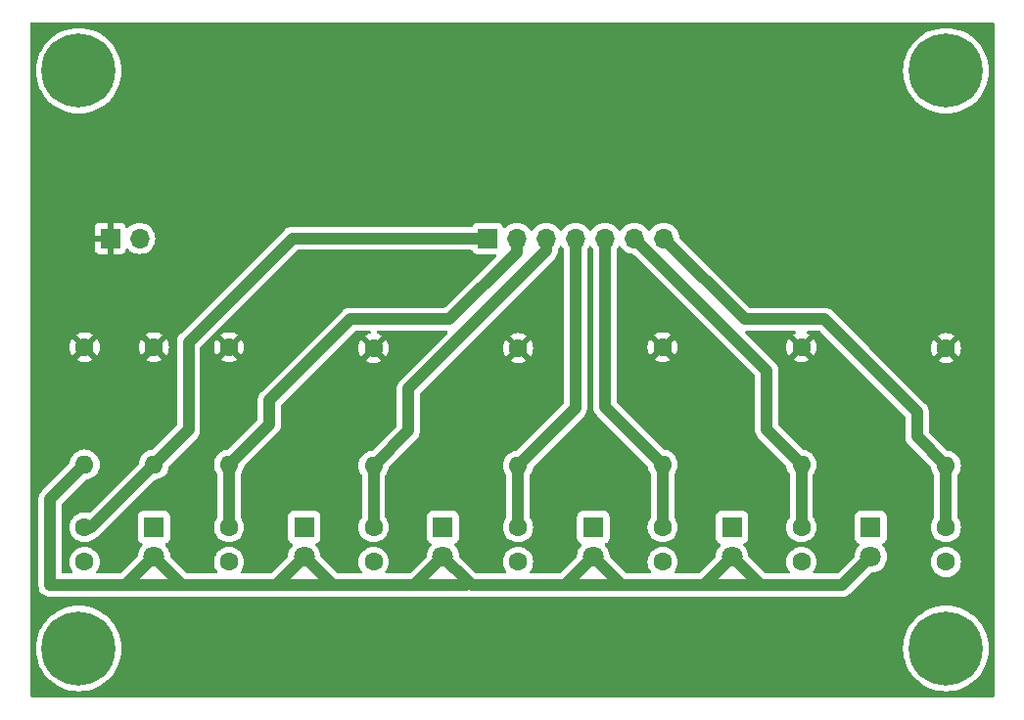
<source format=gbr>
%TF.GenerationSoftware,KiCad,Pcbnew,8.0.6*%
%TF.CreationDate,2024-11-04T15:23:11-08:00*%
%TF.ProjectId,201_final_project_sensor_array,3230315f-6669-46e6-916c-5f70726f6a65,rev?*%
%TF.SameCoordinates,Original*%
%TF.FileFunction,Copper,L1,Top*%
%TF.FilePolarity,Positive*%
%FSLAX46Y46*%
G04 Gerber Fmt 4.6, Leading zero omitted, Abs format (unit mm)*
G04 Created by KiCad (PCBNEW 8.0.6) date 2024-11-04 15:23:11*
%MOMM*%
%LPD*%
G01*
G04 APERTURE LIST*
%TA.AperFunction,ComponentPad*%
%ADD10C,1.600000*%
%TD*%
%TA.AperFunction,ComponentPad*%
%ADD11R,1.800000X1.800000*%
%TD*%
%TA.AperFunction,ComponentPad*%
%ADD12C,1.800000*%
%TD*%
%TA.AperFunction,ComponentPad*%
%ADD13R,1.700000X1.700000*%
%TD*%
%TA.AperFunction,ComponentPad*%
%ADD14O,1.700000X1.700000*%
%TD*%
%TA.AperFunction,ComponentPad*%
%ADD15C,6.400000*%
%TD*%
%TA.AperFunction,ComponentPad*%
%ADD16O,1.600000X1.600000*%
%TD*%
%TA.AperFunction,Conductor*%
%ADD17C,1.000000*%
%TD*%
%TA.AperFunction,Conductor*%
%ADD18C,0.250000*%
%TD*%
G04 APERTURE END LIST*
D10*
%TO.P,A13,1*%
%TO.N,/A13*%
X158000000Y-100000000D03*
%TO.P,A13,2*%
%TO.N,GND*%
X158000000Y-103000000D03*
%TD*%
D11*
%TO.P,GND,1,K*%
%TO.N,GND*%
X164000000Y-100000000D03*
D12*
%TO.P,GND,2,A*%
%TO.N,Net-(D1-A)*%
X164000000Y-102540000D03*
%TD*%
D10*
%TO.P,A11,1*%
%TO.N,/A11*%
X133500000Y-100000000D03*
%TO.P,A11,2*%
%TO.N,GND*%
X133500000Y-103000000D03*
%TD*%
%TO.P,A12,1*%
%TO.N,/A12*%
X146000000Y-100000000D03*
%TO.P,A12,2*%
%TO.N,GND*%
X146000000Y-103000000D03*
%TD*%
D13*
%TO.P,VCC,1,Pin_1*%
%TO.N,VCC*%
X98225000Y-75000000D03*
D14*
%TO.P,VCC,2,Pin_2*%
%TO.N,GND*%
X100765000Y-75000000D03*
%TD*%
D15*
%TO.P,H4,1,1*%
%TO.N,GND*%
X95500000Y-110500000D03*
%TD*%
D11*
%TO.P,GND,1,K*%
%TO.N,GND*%
X140000000Y-100000000D03*
D12*
%TO.P,GND,2,A*%
%TO.N,Net-(D1-A)*%
X140000000Y-102540000D03*
%TD*%
D11*
%TO.P,GND,1,K*%
%TO.N,GND*%
X127000000Y-100000000D03*
D12*
%TO.P,GND,2,A*%
%TO.N,Net-(D1-A)*%
X127000000Y-102540000D03*
%TD*%
D10*
%TO.P,1k,1*%
%TO.N,VCC*%
X158000000Y-84420000D03*
D16*
%TO.P,1k,2*%
%TO.N,/A13*%
X158000000Y-94580000D03*
%TD*%
D10*
%TO.P,A9,1*%
%TO.N,/A9*%
X108500000Y-100000000D03*
%TO.P,A9,2*%
%TO.N,GND*%
X108500000Y-103000000D03*
%TD*%
D15*
%TO.P,H1,1,1*%
%TO.N,GND*%
X170500000Y-110500000D03*
%TD*%
D11*
%TO.P,GND,1,K*%
%TO.N,GND*%
X152000000Y-100000000D03*
D12*
%TO.P,GND,2,A*%
%TO.N,Net-(D1-A)*%
X152000000Y-102540000D03*
%TD*%
D10*
%TO.P,A14,1*%
%TO.N,/A14*%
X170500000Y-100000000D03*
%TO.P,A14,2*%
%TO.N,GND*%
X170500000Y-103000000D03*
%TD*%
%TO.P,1k,1*%
%TO.N,VCC*%
X102000000Y-84420000D03*
D16*
%TO.P,1k,2*%
%TO.N,/A8*%
X102000000Y-94580000D03*
%TD*%
D10*
%TO.P,1k,1*%
%TO.N,VCC*%
X170500000Y-84500000D03*
D16*
%TO.P,1k,2*%
%TO.N,/A14*%
X170500000Y-94660000D03*
%TD*%
D11*
%TO.P,GND,1,K*%
%TO.N,GND*%
X102000000Y-100000000D03*
D12*
%TO.P,GND,2,A*%
%TO.N,Net-(D1-A)*%
X102000000Y-102540000D03*
%TD*%
D13*
%TO.P,J1,1,Pin_1*%
%TO.N,/A8*%
X130840000Y-75000000D03*
D14*
%TO.P,J1,2,Pin_2*%
%TO.N,/A9*%
X133380000Y-75000000D03*
%TO.P,J1,3,Pin_3*%
%TO.N,/A10*%
X135920000Y-75000000D03*
%TO.P,J1,4,Pin_4*%
%TO.N,/A11*%
X138460000Y-75000000D03*
%TO.P,J1,5,Pin_5*%
%TO.N,/A12*%
X141000000Y-75000000D03*
%TO.P,J1,6,Pin_6*%
%TO.N,/A13*%
X143540000Y-75000000D03*
%TO.P,J1,7,Pin_7*%
%TO.N,/A14*%
X146080000Y-75000000D03*
%TD*%
D10*
%TO.P,330,1*%
%TO.N,VCC*%
X96000000Y-84420000D03*
D16*
%TO.P,330,2*%
%TO.N,Net-(D1-A)*%
X96000000Y-94580000D03*
%TD*%
D15*
%TO.P,H3,1,1*%
%TO.N,GND*%
X95500000Y-60500000D03*
%TD*%
%TO.P,H2,1,1*%
%TO.N,GND*%
X170500000Y-60500000D03*
%TD*%
D10*
%TO.P,A10,1*%
%TO.N,/A10*%
X121000000Y-100000000D03*
%TO.P,A10,2*%
%TO.N,GND*%
X121000000Y-103000000D03*
%TD*%
%TO.P,1k,1*%
%TO.N,VCC*%
X121000000Y-84500000D03*
D16*
%TO.P,1k,2*%
%TO.N,/A10*%
X121000000Y-94660000D03*
%TD*%
D10*
%TO.P,A8,1*%
%TO.N,/A8*%
X96000000Y-100000000D03*
%TO.P,A8,2*%
%TO.N,GND*%
X96000000Y-103000000D03*
%TD*%
%TO.P,1k,1*%
%TO.N,VCC*%
X108500000Y-84420000D03*
D16*
%TO.P,1k,2*%
%TO.N,/A9*%
X108500000Y-94580000D03*
%TD*%
D10*
%TO.P,1k,1*%
%TO.N,VCC*%
X133500000Y-84500000D03*
D16*
%TO.P,1k,2*%
%TO.N,/A11*%
X133500000Y-94660000D03*
%TD*%
D11*
%TO.P,GND,1,K*%
%TO.N,GND*%
X115000000Y-100000000D03*
D12*
%TO.P,GND,2,A*%
%TO.N,Net-(D1-A)*%
X115000000Y-102540000D03*
%TD*%
D10*
%TO.P,1k,1*%
%TO.N,VCC*%
X146000000Y-84420000D03*
D16*
%TO.P,1k,2*%
%TO.N,/A12*%
X146000000Y-94580000D03*
%TD*%
D17*
%TO.N,Net-(D1-A)*%
X124540000Y-105000000D02*
X127000000Y-102540000D01*
X99540000Y-105000000D02*
X104460000Y-105000000D01*
X161540000Y-105000000D02*
X164000000Y-102540000D01*
X99540000Y-105000000D02*
X102000000Y-102540000D01*
X112540000Y-105000000D02*
X115000000Y-102540000D01*
X93000000Y-105000000D02*
X99540000Y-105000000D01*
X117460000Y-105000000D02*
X124540000Y-105000000D01*
X137540000Y-105000000D02*
X140000000Y-102540000D01*
X127000000Y-102540000D02*
X129230000Y-104770000D01*
X129460000Y-105000000D02*
X137540000Y-105000000D01*
X102000000Y-102540000D02*
X104460000Y-105000000D01*
X129230000Y-104770000D02*
X129460000Y-105000000D01*
X137540000Y-105000000D02*
X142460000Y-105000000D01*
X124540000Y-105000000D02*
X129000000Y-105000000D01*
X149540000Y-105000000D02*
X152000000Y-102540000D01*
X104460000Y-105000000D02*
X112540000Y-105000000D01*
X152000000Y-102540000D02*
X154460000Y-105000000D01*
X154460000Y-105000000D02*
X161540000Y-105000000D01*
X115000000Y-102540000D02*
X117230000Y-104770000D01*
X96000000Y-94580000D02*
X93000000Y-97580000D01*
X129000000Y-105000000D02*
X129230000Y-104770000D01*
X112540000Y-105000000D02*
X117460000Y-105000000D01*
X140000000Y-102540000D02*
X142460000Y-105000000D01*
X117230000Y-104770000D02*
X117460000Y-105000000D01*
X149540000Y-105000000D02*
X154460000Y-105000000D01*
X142460000Y-105000000D02*
X149540000Y-105000000D01*
X93000000Y-97580000D02*
X93000000Y-105000000D01*
%TO.N,/A14*%
X168000000Y-92160000D02*
X170500000Y-94660000D01*
X146080000Y-75000000D02*
X153080000Y-82000000D01*
X168000000Y-90000000D02*
X168000000Y-92160000D01*
X170500000Y-94660000D02*
X170500000Y-100000000D01*
X153080000Y-82000000D02*
X160000000Y-82000000D01*
X160000000Y-82000000D02*
X168000000Y-90000000D01*
%TO.N,/A9*%
X119000000Y-82000000D02*
X127582081Y-82000000D01*
X127582081Y-82000000D02*
X133380000Y-76202081D01*
X133380000Y-76202081D02*
X133380000Y-75000000D01*
X112000000Y-91080000D02*
X112000000Y-89000000D01*
X108500000Y-94580000D02*
X112000000Y-91080000D01*
X112000000Y-89000000D02*
X119000000Y-82000000D01*
X108500000Y-94580000D02*
X108500000Y-100000000D01*
%TO.N,/A12*%
X141000000Y-75000000D02*
X141000000Y-89580000D01*
X141000000Y-89580000D02*
X146000000Y-94580000D01*
X146000000Y-94580000D02*
X146000000Y-100000000D01*
%TO.N,/A13*%
X143540000Y-75000000D02*
X155000000Y-86460000D01*
X155000000Y-91580000D02*
X158000000Y-94580000D01*
X155000000Y-86460000D02*
X155000000Y-91580000D01*
X158000000Y-94580000D02*
X158000000Y-100000000D01*
%TO.N,/A10*%
X121000000Y-94660000D02*
X121000000Y-100000000D01*
X124000000Y-88000000D02*
X124000000Y-91660000D01*
X135920000Y-76080000D02*
X124000000Y-88000000D01*
X124000000Y-91660000D02*
X121000000Y-94660000D01*
X135920000Y-75000000D02*
X135920000Y-76080000D01*
%TO.N,/A8*%
X96580000Y-100000000D02*
X102000000Y-94580000D01*
X102000000Y-94580000D02*
X105000000Y-91580000D01*
X105000000Y-91580000D02*
X105000000Y-84000000D01*
X96000000Y-100000000D02*
X96580000Y-100000000D01*
X105000000Y-84000000D02*
X114000000Y-75000000D01*
D18*
X130840000Y-75000000D02*
X130840000Y-75160000D01*
D17*
X114000000Y-75000000D02*
X130840000Y-75000000D01*
%TO.N,/A11*%
X138460000Y-89700000D02*
X133500000Y-94660000D01*
X138460000Y-75000000D02*
X138460000Y-89700000D01*
X133500000Y-94660000D02*
X133500000Y-100000000D01*
%TD*%
%TA.AperFunction,Conductor*%
%TO.N,VCC*%
G36*
X174642539Y-56320185D02*
G01*
X174688294Y-56372989D01*
X174699500Y-56424500D01*
X174699500Y-114575500D01*
X174679815Y-114642539D01*
X174627011Y-114688294D01*
X174575500Y-114699500D01*
X91424500Y-114699500D01*
X91357461Y-114679815D01*
X91311706Y-114627011D01*
X91300500Y-114575500D01*
X91300500Y-110499999D01*
X91794422Y-110499999D01*
X91794422Y-110500000D01*
X91814722Y-110887339D01*
X91875397Y-111270427D01*
X91875397Y-111270429D01*
X91975788Y-111645094D01*
X92114787Y-112007197D01*
X92290877Y-112352793D01*
X92502122Y-112678082D01*
X92502124Y-112678084D01*
X92746219Y-112979516D01*
X93020484Y-113253781D01*
X93020488Y-113253784D01*
X93321917Y-113497877D01*
X93647206Y-113709122D01*
X93647211Y-113709125D01*
X93992806Y-113885214D01*
X94354913Y-114024214D01*
X94729567Y-114124602D01*
X95112662Y-114185278D01*
X95478576Y-114204455D01*
X95499999Y-114205578D01*
X95500000Y-114205578D01*
X95500001Y-114205578D01*
X95520301Y-114204514D01*
X95887338Y-114185278D01*
X96270433Y-114124602D01*
X96645087Y-114024214D01*
X97007194Y-113885214D01*
X97352789Y-113709125D01*
X97678084Y-113497876D01*
X97979516Y-113253781D01*
X98253781Y-112979516D01*
X98497876Y-112678084D01*
X98709125Y-112352789D01*
X98885214Y-112007194D01*
X99024214Y-111645087D01*
X99124602Y-111270433D01*
X99185278Y-110887338D01*
X99205578Y-110500000D01*
X99205578Y-110499999D01*
X166794422Y-110499999D01*
X166794422Y-110500000D01*
X166814722Y-110887339D01*
X166875397Y-111270427D01*
X166875397Y-111270429D01*
X166975788Y-111645094D01*
X167114787Y-112007197D01*
X167290877Y-112352793D01*
X167502122Y-112678082D01*
X167502124Y-112678084D01*
X167746219Y-112979516D01*
X168020484Y-113253781D01*
X168020488Y-113253784D01*
X168321917Y-113497877D01*
X168647206Y-113709122D01*
X168647211Y-113709125D01*
X168992806Y-113885214D01*
X169354913Y-114024214D01*
X169729567Y-114124602D01*
X170112662Y-114185278D01*
X170478576Y-114204455D01*
X170499999Y-114205578D01*
X170500000Y-114205578D01*
X170500001Y-114205578D01*
X170520301Y-114204514D01*
X170887338Y-114185278D01*
X171270433Y-114124602D01*
X171645087Y-114024214D01*
X172007194Y-113885214D01*
X172352789Y-113709125D01*
X172678084Y-113497876D01*
X172979516Y-113253781D01*
X173253781Y-112979516D01*
X173497876Y-112678084D01*
X173709125Y-112352789D01*
X173885214Y-112007194D01*
X174024214Y-111645087D01*
X174124602Y-111270433D01*
X174185278Y-110887338D01*
X174205578Y-110500000D01*
X174185278Y-110112662D01*
X174124602Y-109729567D01*
X174024214Y-109354913D01*
X173885214Y-108992806D01*
X173709125Y-108647211D01*
X173497876Y-108321916D01*
X173253781Y-108020484D01*
X172979516Y-107746219D01*
X172678084Y-107502124D01*
X172678082Y-107502122D01*
X172352793Y-107290877D01*
X172007197Y-107114787D01*
X171645094Y-106975788D01*
X171645087Y-106975786D01*
X171270433Y-106875398D01*
X171270429Y-106875397D01*
X171270428Y-106875397D01*
X170887339Y-106814722D01*
X170500001Y-106794422D01*
X170499999Y-106794422D01*
X170112660Y-106814722D01*
X169729572Y-106875397D01*
X169729570Y-106875397D01*
X169354905Y-106975788D01*
X168992802Y-107114787D01*
X168647206Y-107290877D01*
X168321917Y-107502122D01*
X168020488Y-107746215D01*
X168020480Y-107746222D01*
X167746222Y-108020480D01*
X167746215Y-108020488D01*
X167502122Y-108321917D01*
X167290877Y-108647206D01*
X167114787Y-108992802D01*
X166975788Y-109354905D01*
X166875397Y-109729570D01*
X166875397Y-109729572D01*
X166814722Y-110112660D01*
X166794422Y-110499999D01*
X99205578Y-110499999D01*
X99185278Y-110112662D01*
X99124602Y-109729567D01*
X99024214Y-109354913D01*
X98885214Y-108992806D01*
X98709125Y-108647211D01*
X98497876Y-108321916D01*
X98253781Y-108020484D01*
X97979516Y-107746219D01*
X97678084Y-107502124D01*
X97678082Y-107502122D01*
X97352793Y-107290877D01*
X97007197Y-107114787D01*
X96645094Y-106975788D01*
X96645087Y-106975786D01*
X96270433Y-106875398D01*
X96270429Y-106875397D01*
X96270428Y-106875397D01*
X95887339Y-106814722D01*
X95500001Y-106794422D01*
X95499999Y-106794422D01*
X95112660Y-106814722D01*
X94729572Y-106875397D01*
X94729570Y-106875397D01*
X94354905Y-106975788D01*
X93992802Y-107114787D01*
X93647206Y-107290877D01*
X93321917Y-107502122D01*
X93020488Y-107746215D01*
X93020480Y-107746222D01*
X92746222Y-108020480D01*
X92746215Y-108020488D01*
X92502122Y-108321917D01*
X92290877Y-108647206D01*
X92114787Y-108992802D01*
X91975788Y-109354905D01*
X91875397Y-109729570D01*
X91875397Y-109729572D01*
X91814722Y-110112660D01*
X91794422Y-110499999D01*
X91300500Y-110499999D01*
X91300500Y-105098543D01*
X91999499Y-105098543D01*
X92037947Y-105291829D01*
X92037950Y-105291839D01*
X92113364Y-105473907D01*
X92113371Y-105473920D01*
X92222860Y-105637781D01*
X92222863Y-105637785D01*
X92362214Y-105777136D01*
X92362218Y-105777139D01*
X92526079Y-105886628D01*
X92526092Y-105886635D01*
X92708160Y-105962049D01*
X92708165Y-105962051D01*
X92708169Y-105962051D01*
X92708170Y-105962052D01*
X92901456Y-106000500D01*
X92901459Y-106000500D01*
X129098542Y-106000500D01*
X129146864Y-105990887D01*
X129195188Y-105981275D01*
X129205805Y-105979163D01*
X129254195Y-105979163D01*
X129264812Y-105981275D01*
X129313135Y-105990887D01*
X129361458Y-106000500D01*
X129361459Y-106000500D01*
X161638542Y-106000500D01*
X161657870Y-105996655D01*
X161735188Y-105981275D01*
X161831836Y-105962051D01*
X161885165Y-105939961D01*
X162013914Y-105886632D01*
X162177782Y-105777139D01*
X162317139Y-105637782D01*
X162317139Y-105637780D01*
X162327347Y-105627573D01*
X162327348Y-105627570D01*
X163978102Y-103976819D01*
X164039425Y-103943334D01*
X164065783Y-103940500D01*
X164116048Y-103940500D01*
X164116049Y-103940500D01*
X164344981Y-103902298D01*
X164564503Y-103826936D01*
X164768626Y-103716470D01*
X164951784Y-103573913D01*
X165108979Y-103403153D01*
X165235924Y-103208849D01*
X165327535Y-102999998D01*
X169194532Y-102999998D01*
X169194532Y-103000001D01*
X169214364Y-103226686D01*
X169214366Y-103226697D01*
X169273258Y-103446488D01*
X169273261Y-103446497D01*
X169369431Y-103652732D01*
X169369432Y-103652734D01*
X169499954Y-103839141D01*
X169660858Y-104000045D01*
X169660861Y-104000047D01*
X169847266Y-104130568D01*
X170053504Y-104226739D01*
X170273308Y-104285635D01*
X170435230Y-104299801D01*
X170499998Y-104305468D01*
X170500000Y-104305468D01*
X170500002Y-104305468D01*
X170556673Y-104300509D01*
X170726692Y-104285635D01*
X170946496Y-104226739D01*
X171152734Y-104130568D01*
X171339139Y-104000047D01*
X171500047Y-103839139D01*
X171630568Y-103652734D01*
X171726739Y-103446496D01*
X171785635Y-103226692D01*
X171805468Y-103000000D01*
X171785635Y-102773308D01*
X171726739Y-102553504D01*
X171630568Y-102347266D01*
X171500047Y-102160861D01*
X171500045Y-102160858D01*
X171339141Y-101999954D01*
X171152734Y-101869432D01*
X171152732Y-101869431D01*
X170946497Y-101773261D01*
X170946488Y-101773258D01*
X170726697Y-101714366D01*
X170726693Y-101714365D01*
X170726692Y-101714365D01*
X170726691Y-101714364D01*
X170726686Y-101714364D01*
X170500002Y-101694532D01*
X170499998Y-101694532D01*
X170273313Y-101714364D01*
X170273302Y-101714366D01*
X170053511Y-101773258D01*
X170053502Y-101773261D01*
X169847267Y-101869431D01*
X169847265Y-101869432D01*
X169660858Y-101999954D01*
X169499954Y-102160858D01*
X169369432Y-102347265D01*
X169369431Y-102347267D01*
X169273261Y-102553502D01*
X169273258Y-102553511D01*
X169214366Y-102773302D01*
X169214364Y-102773313D01*
X169194532Y-102999998D01*
X165327535Y-102999998D01*
X165329157Y-102996300D01*
X165386134Y-102771305D01*
X165403506Y-102561651D01*
X165405300Y-102540006D01*
X165405300Y-102539993D01*
X165386135Y-102308702D01*
X165386133Y-102308691D01*
X165329157Y-102083699D01*
X165235924Y-101871151D01*
X165108983Y-101676852D01*
X165108980Y-101676849D01*
X165108979Y-101676847D01*
X165014195Y-101573884D01*
X164983275Y-101511232D01*
X164991135Y-101441806D01*
X165035283Y-101387651D01*
X165062095Y-101373722D01*
X165142326Y-101343798D01*
X165142326Y-101343797D01*
X165142331Y-101343796D01*
X165257546Y-101257546D01*
X165343796Y-101142331D01*
X165394091Y-101007483D01*
X165400500Y-100947873D01*
X165400499Y-99052128D01*
X165394091Y-98992517D01*
X165348183Y-98869432D01*
X165343797Y-98857671D01*
X165343793Y-98857664D01*
X165257547Y-98742455D01*
X165257544Y-98742452D01*
X165142335Y-98656206D01*
X165142328Y-98656202D01*
X165007482Y-98605908D01*
X165007483Y-98605908D01*
X164947883Y-98599501D01*
X164947881Y-98599500D01*
X164947873Y-98599500D01*
X164947864Y-98599500D01*
X163052129Y-98599500D01*
X163052123Y-98599501D01*
X162992516Y-98605908D01*
X162857671Y-98656202D01*
X162857664Y-98656206D01*
X162742455Y-98742452D01*
X162742452Y-98742455D01*
X162656206Y-98857664D01*
X162656202Y-98857671D01*
X162605908Y-98992517D01*
X162605109Y-98999954D01*
X162599501Y-99052123D01*
X162599500Y-99052135D01*
X162599500Y-100947870D01*
X162599501Y-100947876D01*
X162605908Y-101007483D01*
X162656202Y-101142328D01*
X162656206Y-101142335D01*
X162742452Y-101257544D01*
X162742455Y-101257547D01*
X162857664Y-101343793D01*
X162857673Y-101343798D01*
X162937904Y-101373722D01*
X162993838Y-101415593D01*
X163018256Y-101481057D01*
X163003405Y-101549330D01*
X162985802Y-101573886D01*
X162891019Y-101676849D01*
X162764075Y-101871151D01*
X162670842Y-102083699D01*
X162613866Y-102308691D01*
X162613864Y-102308703D01*
X162599322Y-102484210D01*
X162574169Y-102549395D01*
X162563427Y-102561651D01*
X161161899Y-103963181D01*
X161100576Y-103996666D01*
X161074218Y-103999500D01*
X159125963Y-103999500D01*
X159058924Y-103979815D01*
X159013169Y-103927011D01*
X159003225Y-103857853D01*
X159024388Y-103804377D01*
X159085944Y-103716464D01*
X159130568Y-103652734D01*
X159226739Y-103446496D01*
X159285635Y-103226692D01*
X159305468Y-103000000D01*
X159285635Y-102773308D01*
X159226739Y-102553504D01*
X159130568Y-102347266D01*
X159000047Y-102160861D01*
X159000045Y-102160858D01*
X158839141Y-101999954D01*
X158652734Y-101869432D01*
X158652732Y-101869431D01*
X158446497Y-101773261D01*
X158446488Y-101773258D01*
X158226697Y-101714366D01*
X158226693Y-101714365D01*
X158226692Y-101714365D01*
X158226691Y-101714364D01*
X158226686Y-101714364D01*
X158000002Y-101694532D01*
X157999998Y-101694532D01*
X157773313Y-101714364D01*
X157773302Y-101714366D01*
X157553511Y-101773258D01*
X157553502Y-101773261D01*
X157347267Y-101869431D01*
X157347265Y-101869432D01*
X157160858Y-101999954D01*
X156999954Y-102160858D01*
X156869432Y-102347265D01*
X156869431Y-102347267D01*
X156773261Y-102553502D01*
X156773258Y-102553511D01*
X156714366Y-102773302D01*
X156714364Y-102773313D01*
X156694532Y-102999998D01*
X156694532Y-103000001D01*
X156714364Y-103226686D01*
X156714366Y-103226697D01*
X156773258Y-103446488D01*
X156773261Y-103446497D01*
X156869431Y-103652732D01*
X156869432Y-103652734D01*
X156975612Y-103804377D01*
X156997940Y-103870584D01*
X156980928Y-103938351D01*
X156929980Y-103986163D01*
X156874037Y-103999500D01*
X154925783Y-103999500D01*
X154858744Y-103979815D01*
X154838102Y-103963181D01*
X153436572Y-102561652D01*
X153403087Y-102500329D01*
X153400677Y-102484218D01*
X153386134Y-102308695D01*
X153329157Y-102083700D01*
X153292422Y-101999954D01*
X153235924Y-101871151D01*
X153108983Y-101676852D01*
X153108980Y-101676849D01*
X153108979Y-101676847D01*
X153014195Y-101573884D01*
X152983275Y-101511232D01*
X152991135Y-101441806D01*
X153035283Y-101387651D01*
X153062095Y-101373722D01*
X153142326Y-101343798D01*
X153142326Y-101343797D01*
X153142331Y-101343796D01*
X153257546Y-101257546D01*
X153343796Y-101142331D01*
X153394091Y-101007483D01*
X153400500Y-100947873D01*
X153400499Y-99052128D01*
X153394091Y-98992517D01*
X153348183Y-98869432D01*
X153343797Y-98857671D01*
X153343793Y-98857664D01*
X153257547Y-98742455D01*
X153257544Y-98742452D01*
X153142335Y-98656206D01*
X153142328Y-98656202D01*
X153007482Y-98605908D01*
X153007483Y-98605908D01*
X152947883Y-98599501D01*
X152947881Y-98599500D01*
X152947873Y-98599500D01*
X152947864Y-98599500D01*
X151052129Y-98599500D01*
X151052123Y-98599501D01*
X150992516Y-98605908D01*
X150857671Y-98656202D01*
X150857664Y-98656206D01*
X150742455Y-98742452D01*
X150742452Y-98742455D01*
X150656206Y-98857664D01*
X150656202Y-98857671D01*
X150605908Y-98992517D01*
X150605109Y-98999954D01*
X150599501Y-99052123D01*
X150599500Y-99052135D01*
X150599500Y-100947870D01*
X150599501Y-100947876D01*
X150605908Y-101007483D01*
X150656202Y-101142328D01*
X150656206Y-101142335D01*
X150742452Y-101257544D01*
X150742455Y-101257547D01*
X150857664Y-101343793D01*
X150857673Y-101343798D01*
X150937904Y-101373722D01*
X150993838Y-101415593D01*
X151018256Y-101481057D01*
X151003405Y-101549330D01*
X150985802Y-101573886D01*
X150891019Y-101676849D01*
X150764075Y-101871151D01*
X150670842Y-102083699D01*
X150613866Y-102308691D01*
X150613864Y-102308703D01*
X150599322Y-102484210D01*
X150574169Y-102549395D01*
X150563427Y-102561651D01*
X149161899Y-103963181D01*
X149100576Y-103996666D01*
X149074218Y-103999500D01*
X147125963Y-103999500D01*
X147058924Y-103979815D01*
X147013169Y-103927011D01*
X147003225Y-103857853D01*
X147024388Y-103804377D01*
X147085944Y-103716464D01*
X147130568Y-103652734D01*
X147226739Y-103446496D01*
X147285635Y-103226692D01*
X147305468Y-103000000D01*
X147285635Y-102773308D01*
X147226739Y-102553504D01*
X147130568Y-102347266D01*
X147000047Y-102160861D01*
X147000045Y-102160858D01*
X146839141Y-101999954D01*
X146652734Y-101869432D01*
X146652732Y-101869431D01*
X146446497Y-101773261D01*
X146446488Y-101773258D01*
X146226697Y-101714366D01*
X146226693Y-101714365D01*
X146226692Y-101714365D01*
X146226691Y-101714364D01*
X146226686Y-101714364D01*
X146000002Y-101694532D01*
X145999998Y-101694532D01*
X145773313Y-101714364D01*
X145773302Y-101714366D01*
X145553511Y-101773258D01*
X145553502Y-101773261D01*
X145347267Y-101869431D01*
X145347265Y-101869432D01*
X145160858Y-101999954D01*
X144999954Y-102160858D01*
X144869432Y-102347265D01*
X144869431Y-102347267D01*
X144773261Y-102553502D01*
X144773258Y-102553511D01*
X144714366Y-102773302D01*
X144714364Y-102773313D01*
X144694532Y-102999998D01*
X144694532Y-103000001D01*
X144714364Y-103226686D01*
X144714366Y-103226697D01*
X144773258Y-103446488D01*
X144773261Y-103446497D01*
X144869431Y-103652732D01*
X144869432Y-103652734D01*
X144975612Y-103804377D01*
X144997940Y-103870584D01*
X144980928Y-103938351D01*
X144929980Y-103986163D01*
X144874037Y-103999500D01*
X142925783Y-103999500D01*
X142858744Y-103979815D01*
X142838102Y-103963181D01*
X141436572Y-102561652D01*
X141403087Y-102500329D01*
X141400677Y-102484218D01*
X141386134Y-102308695D01*
X141329157Y-102083700D01*
X141292422Y-101999954D01*
X141235924Y-101871151D01*
X141108983Y-101676852D01*
X141108980Y-101676849D01*
X141108979Y-101676847D01*
X141014195Y-101573884D01*
X140983275Y-101511232D01*
X140991135Y-101441806D01*
X141035283Y-101387651D01*
X141062095Y-101373722D01*
X141142326Y-101343798D01*
X141142326Y-101343797D01*
X141142331Y-101343796D01*
X141257546Y-101257546D01*
X141343796Y-101142331D01*
X141394091Y-101007483D01*
X141400500Y-100947873D01*
X141400499Y-99052128D01*
X141394091Y-98992517D01*
X141348183Y-98869432D01*
X141343797Y-98857671D01*
X141343793Y-98857664D01*
X141257547Y-98742455D01*
X141257544Y-98742452D01*
X141142335Y-98656206D01*
X141142328Y-98656202D01*
X141007482Y-98605908D01*
X141007483Y-98605908D01*
X140947883Y-98599501D01*
X140947881Y-98599500D01*
X140947873Y-98599500D01*
X140947864Y-98599500D01*
X139052129Y-98599500D01*
X139052123Y-98599501D01*
X138992516Y-98605908D01*
X138857671Y-98656202D01*
X138857664Y-98656206D01*
X138742455Y-98742452D01*
X138742452Y-98742455D01*
X138656206Y-98857664D01*
X138656202Y-98857671D01*
X138605908Y-98992517D01*
X138605109Y-98999954D01*
X138599501Y-99052123D01*
X138599500Y-99052135D01*
X138599500Y-100947870D01*
X138599501Y-100947876D01*
X138605908Y-101007483D01*
X138656202Y-101142328D01*
X138656206Y-101142335D01*
X138742452Y-101257544D01*
X138742455Y-101257547D01*
X138857664Y-101343793D01*
X138857673Y-101343798D01*
X138937904Y-101373722D01*
X138993838Y-101415593D01*
X139018256Y-101481057D01*
X139003405Y-101549330D01*
X138985802Y-101573886D01*
X138891019Y-101676849D01*
X138764075Y-101871151D01*
X138670842Y-102083699D01*
X138613866Y-102308691D01*
X138613864Y-102308703D01*
X138599322Y-102484210D01*
X138574169Y-102549395D01*
X138563427Y-102561651D01*
X137161899Y-103963181D01*
X137100576Y-103996666D01*
X137074218Y-103999500D01*
X134625963Y-103999500D01*
X134558924Y-103979815D01*
X134513169Y-103927011D01*
X134503225Y-103857853D01*
X134524388Y-103804377D01*
X134585944Y-103716464D01*
X134630568Y-103652734D01*
X134726739Y-103446496D01*
X134785635Y-103226692D01*
X134805468Y-103000000D01*
X134785635Y-102773308D01*
X134726739Y-102553504D01*
X134630568Y-102347266D01*
X134500047Y-102160861D01*
X134500045Y-102160858D01*
X134339141Y-101999954D01*
X134152734Y-101869432D01*
X134152732Y-101869431D01*
X133946497Y-101773261D01*
X133946488Y-101773258D01*
X133726697Y-101714366D01*
X133726693Y-101714365D01*
X133726692Y-101714365D01*
X133726691Y-101714364D01*
X133726686Y-101714364D01*
X133500002Y-101694532D01*
X133499998Y-101694532D01*
X133273313Y-101714364D01*
X133273302Y-101714366D01*
X133053511Y-101773258D01*
X133053502Y-101773261D01*
X132847267Y-101869431D01*
X132847265Y-101869432D01*
X132660858Y-101999954D01*
X132499954Y-102160858D01*
X132369432Y-102347265D01*
X132369431Y-102347267D01*
X132273261Y-102553502D01*
X132273258Y-102553511D01*
X132214366Y-102773302D01*
X132214364Y-102773313D01*
X132194532Y-102999998D01*
X132194532Y-103000001D01*
X132214364Y-103226686D01*
X132214366Y-103226697D01*
X132273258Y-103446488D01*
X132273261Y-103446497D01*
X132369431Y-103652732D01*
X132369432Y-103652734D01*
X132475612Y-103804377D01*
X132497940Y-103870584D01*
X132480928Y-103938351D01*
X132429980Y-103986163D01*
X132374037Y-103999500D01*
X129925782Y-103999500D01*
X129858743Y-103979815D01*
X129838101Y-103963181D01*
X128436572Y-102561652D01*
X128403087Y-102500329D01*
X128400677Y-102484218D01*
X128386134Y-102308695D01*
X128329157Y-102083700D01*
X128292422Y-101999954D01*
X128235924Y-101871151D01*
X128108983Y-101676852D01*
X128108980Y-101676849D01*
X128108979Y-101676847D01*
X128014195Y-101573884D01*
X127983275Y-101511232D01*
X127991135Y-101441806D01*
X128035283Y-101387651D01*
X128062095Y-101373722D01*
X128142326Y-101343798D01*
X128142326Y-101343797D01*
X128142331Y-101343796D01*
X128257546Y-101257546D01*
X128343796Y-101142331D01*
X128394091Y-101007483D01*
X128400500Y-100947873D01*
X128400499Y-99052128D01*
X128394091Y-98992517D01*
X128348183Y-98869432D01*
X128343797Y-98857671D01*
X128343793Y-98857664D01*
X128257547Y-98742455D01*
X128257544Y-98742452D01*
X128142335Y-98656206D01*
X128142328Y-98656202D01*
X128007482Y-98605908D01*
X128007483Y-98605908D01*
X127947883Y-98599501D01*
X127947881Y-98599500D01*
X127947873Y-98599500D01*
X127947864Y-98599500D01*
X126052129Y-98599500D01*
X126052123Y-98599501D01*
X125992516Y-98605908D01*
X125857671Y-98656202D01*
X125857664Y-98656206D01*
X125742455Y-98742452D01*
X125742452Y-98742455D01*
X125656206Y-98857664D01*
X125656202Y-98857671D01*
X125605908Y-98992517D01*
X125605109Y-98999954D01*
X125599501Y-99052123D01*
X125599500Y-99052135D01*
X125599500Y-100947870D01*
X125599501Y-100947876D01*
X125605908Y-101007483D01*
X125656202Y-101142328D01*
X125656206Y-101142335D01*
X125742452Y-101257544D01*
X125742455Y-101257547D01*
X125857664Y-101343793D01*
X125857673Y-101343798D01*
X125937904Y-101373722D01*
X125993838Y-101415593D01*
X126018256Y-101481057D01*
X126003405Y-101549330D01*
X125985802Y-101573886D01*
X125891019Y-101676849D01*
X125764075Y-101871151D01*
X125670842Y-102083699D01*
X125613866Y-102308691D01*
X125613864Y-102308703D01*
X125599322Y-102484210D01*
X125574169Y-102549395D01*
X125563427Y-102561651D01*
X124161899Y-103963181D01*
X124100576Y-103996666D01*
X124074218Y-103999500D01*
X122125963Y-103999500D01*
X122058924Y-103979815D01*
X122013169Y-103927011D01*
X122003225Y-103857853D01*
X122024388Y-103804377D01*
X122085944Y-103716464D01*
X122130568Y-103652734D01*
X122226739Y-103446496D01*
X122285635Y-103226692D01*
X122305468Y-103000000D01*
X122285635Y-102773308D01*
X122226739Y-102553504D01*
X122130568Y-102347266D01*
X122000047Y-102160861D01*
X122000045Y-102160858D01*
X121839141Y-101999954D01*
X121652734Y-101869432D01*
X121652732Y-101869431D01*
X121446497Y-101773261D01*
X121446488Y-101773258D01*
X121226697Y-101714366D01*
X121226693Y-101714365D01*
X121226692Y-101714365D01*
X121226691Y-101714364D01*
X121226686Y-101714364D01*
X121000002Y-101694532D01*
X120999998Y-101694532D01*
X120773313Y-101714364D01*
X120773302Y-101714366D01*
X120553511Y-101773258D01*
X120553502Y-101773261D01*
X120347267Y-101869431D01*
X120347265Y-101869432D01*
X120160858Y-101999954D01*
X119999954Y-102160858D01*
X119869432Y-102347265D01*
X119869431Y-102347267D01*
X119773261Y-102553502D01*
X119773258Y-102553511D01*
X119714366Y-102773302D01*
X119714364Y-102773313D01*
X119694532Y-102999998D01*
X119694532Y-103000001D01*
X119714364Y-103226686D01*
X119714366Y-103226697D01*
X119773258Y-103446488D01*
X119773261Y-103446497D01*
X119869431Y-103652732D01*
X119869432Y-103652734D01*
X119975612Y-103804377D01*
X119997940Y-103870584D01*
X119980928Y-103938351D01*
X119929980Y-103986163D01*
X119874037Y-103999500D01*
X117925782Y-103999500D01*
X117858743Y-103979815D01*
X117838101Y-103963181D01*
X116436572Y-102561652D01*
X116403087Y-102500329D01*
X116400677Y-102484218D01*
X116386134Y-102308695D01*
X116329157Y-102083700D01*
X116292422Y-101999954D01*
X116235924Y-101871151D01*
X116108983Y-101676852D01*
X116108980Y-101676849D01*
X116108979Y-101676847D01*
X116014195Y-101573884D01*
X115983275Y-101511232D01*
X115991135Y-101441806D01*
X116035283Y-101387651D01*
X116062095Y-101373722D01*
X116142326Y-101343798D01*
X116142326Y-101343797D01*
X116142331Y-101343796D01*
X116257546Y-101257546D01*
X116343796Y-101142331D01*
X116394091Y-101007483D01*
X116400500Y-100947873D01*
X116400499Y-99052128D01*
X116394091Y-98992517D01*
X116348183Y-98869432D01*
X116343797Y-98857671D01*
X116343793Y-98857664D01*
X116257547Y-98742455D01*
X116257544Y-98742452D01*
X116142335Y-98656206D01*
X116142328Y-98656202D01*
X116007482Y-98605908D01*
X116007483Y-98605908D01*
X115947883Y-98599501D01*
X115947881Y-98599500D01*
X115947873Y-98599500D01*
X115947864Y-98599500D01*
X114052129Y-98599500D01*
X114052123Y-98599501D01*
X113992516Y-98605908D01*
X113857671Y-98656202D01*
X113857664Y-98656206D01*
X113742455Y-98742452D01*
X113742452Y-98742455D01*
X113656206Y-98857664D01*
X113656202Y-98857671D01*
X113605908Y-98992517D01*
X113605109Y-98999954D01*
X113599501Y-99052123D01*
X113599500Y-99052135D01*
X113599500Y-100947870D01*
X113599501Y-100947876D01*
X113605908Y-101007483D01*
X113656202Y-101142328D01*
X113656206Y-101142335D01*
X113742452Y-101257544D01*
X113742455Y-101257547D01*
X113857664Y-101343793D01*
X113857673Y-101343798D01*
X113937904Y-101373722D01*
X113993838Y-101415593D01*
X114018256Y-101481057D01*
X114003405Y-101549330D01*
X113985802Y-101573886D01*
X113891019Y-101676849D01*
X113764075Y-101871151D01*
X113670842Y-102083699D01*
X113613866Y-102308691D01*
X113613864Y-102308703D01*
X113599322Y-102484210D01*
X113574169Y-102549395D01*
X113563427Y-102561651D01*
X112161899Y-103963181D01*
X112100576Y-103996666D01*
X112074218Y-103999500D01*
X109625963Y-103999500D01*
X109558924Y-103979815D01*
X109513169Y-103927011D01*
X109503225Y-103857853D01*
X109524388Y-103804377D01*
X109585944Y-103716464D01*
X109630568Y-103652734D01*
X109726739Y-103446496D01*
X109785635Y-103226692D01*
X109805468Y-103000000D01*
X109785635Y-102773308D01*
X109726739Y-102553504D01*
X109630568Y-102347266D01*
X109500047Y-102160861D01*
X109500045Y-102160858D01*
X109339141Y-101999954D01*
X109152734Y-101869432D01*
X109152732Y-101869431D01*
X108946497Y-101773261D01*
X108946488Y-101773258D01*
X108726697Y-101714366D01*
X108726693Y-101714365D01*
X108726692Y-101714365D01*
X108726691Y-101714364D01*
X108726686Y-101714364D01*
X108500002Y-101694532D01*
X108499998Y-101694532D01*
X108273313Y-101714364D01*
X108273302Y-101714366D01*
X108053511Y-101773258D01*
X108053502Y-101773261D01*
X107847267Y-101869431D01*
X107847265Y-101869432D01*
X107660858Y-101999954D01*
X107499954Y-102160858D01*
X107369432Y-102347265D01*
X107369431Y-102347267D01*
X107273261Y-102553502D01*
X107273258Y-102553511D01*
X107214366Y-102773302D01*
X107214364Y-102773313D01*
X107194532Y-102999998D01*
X107194532Y-103000001D01*
X107214364Y-103226686D01*
X107214366Y-103226697D01*
X107273258Y-103446488D01*
X107273261Y-103446497D01*
X107369431Y-103652732D01*
X107369432Y-103652734D01*
X107475612Y-103804377D01*
X107497940Y-103870584D01*
X107480928Y-103938351D01*
X107429980Y-103986163D01*
X107374037Y-103999500D01*
X104925783Y-103999500D01*
X104858744Y-103979815D01*
X104838102Y-103963181D01*
X103436572Y-102561652D01*
X103403087Y-102500329D01*
X103400677Y-102484218D01*
X103386134Y-102308695D01*
X103329157Y-102083700D01*
X103292422Y-101999954D01*
X103235924Y-101871151D01*
X103108983Y-101676852D01*
X103108980Y-101676849D01*
X103108979Y-101676847D01*
X103014195Y-101573884D01*
X102983275Y-101511232D01*
X102991135Y-101441806D01*
X103035283Y-101387651D01*
X103062095Y-101373722D01*
X103142326Y-101343798D01*
X103142326Y-101343797D01*
X103142331Y-101343796D01*
X103257546Y-101257546D01*
X103343796Y-101142331D01*
X103394091Y-101007483D01*
X103400500Y-100947873D01*
X103400499Y-99052128D01*
X103394091Y-98992517D01*
X103348183Y-98869432D01*
X103343797Y-98857671D01*
X103343793Y-98857664D01*
X103257547Y-98742455D01*
X103257544Y-98742452D01*
X103142335Y-98656206D01*
X103142328Y-98656202D01*
X103007482Y-98605908D01*
X103007483Y-98605908D01*
X102947883Y-98599501D01*
X102947881Y-98599500D01*
X102947873Y-98599500D01*
X102947864Y-98599500D01*
X101052129Y-98599500D01*
X101052123Y-98599501D01*
X100992516Y-98605908D01*
X100857671Y-98656202D01*
X100857664Y-98656206D01*
X100742455Y-98742452D01*
X100742452Y-98742455D01*
X100656206Y-98857664D01*
X100656202Y-98857671D01*
X100605908Y-98992517D01*
X100605109Y-98999954D01*
X100599501Y-99052123D01*
X100599500Y-99052135D01*
X100599500Y-100947870D01*
X100599501Y-100947876D01*
X100605908Y-101007483D01*
X100656202Y-101142328D01*
X100656206Y-101142335D01*
X100742452Y-101257544D01*
X100742455Y-101257547D01*
X100857664Y-101343793D01*
X100857673Y-101343798D01*
X100937904Y-101373722D01*
X100993838Y-101415593D01*
X101018256Y-101481057D01*
X101003405Y-101549330D01*
X100985802Y-101573886D01*
X100891019Y-101676849D01*
X100764075Y-101871151D01*
X100670842Y-102083699D01*
X100613866Y-102308691D01*
X100613864Y-102308703D01*
X100599322Y-102484210D01*
X100574169Y-102549395D01*
X100563427Y-102561651D01*
X99161899Y-103963181D01*
X99100576Y-103996666D01*
X99074218Y-103999500D01*
X97125963Y-103999500D01*
X97058924Y-103979815D01*
X97013169Y-103927011D01*
X97003225Y-103857853D01*
X97024388Y-103804377D01*
X97085944Y-103716464D01*
X97130568Y-103652734D01*
X97226739Y-103446496D01*
X97285635Y-103226692D01*
X97305468Y-103000000D01*
X97285635Y-102773308D01*
X97226739Y-102553504D01*
X97130568Y-102347266D01*
X97000047Y-102160861D01*
X97000045Y-102160858D01*
X96839141Y-101999954D01*
X96652734Y-101869432D01*
X96652732Y-101869431D01*
X96446497Y-101773261D01*
X96446488Y-101773258D01*
X96226697Y-101714366D01*
X96226693Y-101714365D01*
X96226692Y-101714365D01*
X96226691Y-101714364D01*
X96226686Y-101714364D01*
X96000002Y-101694532D01*
X95999998Y-101694532D01*
X95773313Y-101714364D01*
X95773302Y-101714366D01*
X95553511Y-101773258D01*
X95553502Y-101773261D01*
X95347267Y-101869431D01*
X95347265Y-101869432D01*
X95160858Y-101999954D01*
X94999954Y-102160858D01*
X94869432Y-102347265D01*
X94869431Y-102347267D01*
X94773261Y-102553502D01*
X94773258Y-102553511D01*
X94714366Y-102773302D01*
X94714364Y-102773313D01*
X94694532Y-102999998D01*
X94694532Y-103000001D01*
X94714364Y-103226686D01*
X94714366Y-103226697D01*
X94773258Y-103446488D01*
X94773261Y-103446497D01*
X94869431Y-103652732D01*
X94869432Y-103652734D01*
X94975612Y-103804377D01*
X94997940Y-103870584D01*
X94980928Y-103938351D01*
X94929980Y-103986163D01*
X94874037Y-103999500D01*
X94124500Y-103999500D01*
X94057461Y-103979815D01*
X94011706Y-103927011D01*
X94000500Y-103875500D01*
X94000500Y-99999998D01*
X94694532Y-99999998D01*
X94694532Y-100000001D01*
X94714364Y-100226686D01*
X94714366Y-100226697D01*
X94773258Y-100446488D01*
X94773261Y-100446497D01*
X94869431Y-100652732D01*
X94869432Y-100652734D01*
X94999954Y-100839141D01*
X95160858Y-101000045D01*
X95160861Y-101000047D01*
X95347266Y-101130568D01*
X95553504Y-101226739D01*
X95773308Y-101285635D01*
X95935230Y-101299801D01*
X95999998Y-101305468D01*
X96000000Y-101305468D01*
X96000002Y-101305468D01*
X96056673Y-101300509D01*
X96226692Y-101285635D01*
X96446496Y-101226739D01*
X96652734Y-101130568D01*
X96839139Y-101000047D01*
X96863439Y-100975746D01*
X96903670Y-100948864D01*
X96925165Y-100939961D01*
X97053914Y-100886632D01*
X97217782Y-100777139D01*
X97357139Y-100637782D01*
X97357139Y-100637780D01*
X97367347Y-100627573D01*
X97367349Y-100627570D01*
X102088034Y-95906884D01*
X102149355Y-95873401D01*
X102164895Y-95871040D01*
X102226692Y-95865635D01*
X102446496Y-95806739D01*
X102652734Y-95710568D01*
X102839139Y-95580047D01*
X103000047Y-95419139D01*
X103130568Y-95232734D01*
X103226739Y-95026496D01*
X103285635Y-94806692D01*
X103291040Y-94744905D01*
X103316492Y-94679838D01*
X103326879Y-94668040D01*
X105777140Y-92217781D01*
X105886632Y-92053914D01*
X105962052Y-91871835D01*
X106000500Y-91678540D01*
X106000500Y-91481459D01*
X106000500Y-84465782D01*
X106013944Y-84419997D01*
X107195034Y-84419997D01*
X107195034Y-84420002D01*
X107214858Y-84646599D01*
X107214860Y-84646610D01*
X107273730Y-84866317D01*
X107273735Y-84866331D01*
X107369863Y-85072478D01*
X107420974Y-85145472D01*
X108100000Y-84466446D01*
X108100000Y-84472661D01*
X108127259Y-84574394D01*
X108179920Y-84665606D01*
X108254394Y-84740080D01*
X108345606Y-84792741D01*
X108447339Y-84820000D01*
X108453553Y-84820000D01*
X107774526Y-85499025D01*
X107847513Y-85550132D01*
X107847521Y-85550136D01*
X108053668Y-85646264D01*
X108053682Y-85646269D01*
X108273389Y-85705139D01*
X108273400Y-85705141D01*
X108499998Y-85724966D01*
X108500002Y-85724966D01*
X108726599Y-85705141D01*
X108726610Y-85705139D01*
X108946317Y-85646269D01*
X108946331Y-85646264D01*
X109152478Y-85550136D01*
X109225471Y-85499024D01*
X108546447Y-84820000D01*
X108552661Y-84820000D01*
X108654394Y-84792741D01*
X108745606Y-84740080D01*
X108820080Y-84665606D01*
X108872741Y-84574394D01*
X108900000Y-84472661D01*
X108900000Y-84466447D01*
X109579024Y-85145471D01*
X109630136Y-85072478D01*
X109726264Y-84866331D01*
X109726269Y-84866317D01*
X109785139Y-84646610D01*
X109785141Y-84646599D01*
X109804966Y-84420002D01*
X109804966Y-84419997D01*
X109785141Y-84193400D01*
X109785139Y-84193389D01*
X109726269Y-83973682D01*
X109726264Y-83973668D01*
X109630136Y-83767521D01*
X109630132Y-83767513D01*
X109579025Y-83694526D01*
X108900000Y-84373551D01*
X108900000Y-84367339D01*
X108872741Y-84265606D01*
X108820080Y-84174394D01*
X108745606Y-84099920D01*
X108654394Y-84047259D01*
X108552661Y-84020000D01*
X108546448Y-84020000D01*
X109225472Y-83340974D01*
X109152478Y-83289863D01*
X108946331Y-83193735D01*
X108946317Y-83193730D01*
X108726610Y-83134860D01*
X108726599Y-83134858D01*
X108500002Y-83115034D01*
X108499998Y-83115034D01*
X108273400Y-83134858D01*
X108273389Y-83134860D01*
X108053682Y-83193730D01*
X108053673Y-83193734D01*
X107847516Y-83289866D01*
X107847512Y-83289868D01*
X107774526Y-83340973D01*
X107774526Y-83340974D01*
X108453553Y-84020000D01*
X108447339Y-84020000D01*
X108345606Y-84047259D01*
X108254394Y-84099920D01*
X108179920Y-84174394D01*
X108127259Y-84265606D01*
X108100000Y-84367339D01*
X108100000Y-84373552D01*
X107420973Y-83694526D01*
X107369868Y-83767512D01*
X107369866Y-83767516D01*
X107273734Y-83973673D01*
X107273730Y-83973682D01*
X107214860Y-84193389D01*
X107214858Y-84193400D01*
X107195034Y-84419997D01*
X106013944Y-84419997D01*
X106020185Y-84398743D01*
X106036819Y-84378101D01*
X114378101Y-76036819D01*
X114439424Y-76003334D01*
X114465782Y-76000500D01*
X129425859Y-76000500D01*
X129492898Y-76020185D01*
X129538653Y-76072989D01*
X129542030Y-76081140D01*
X129546204Y-76092331D01*
X129546205Y-76092332D01*
X129546206Y-76092335D01*
X129632452Y-76207544D01*
X129632455Y-76207547D01*
X129747664Y-76293793D01*
X129747671Y-76293797D01*
X129882517Y-76344091D01*
X129882516Y-76344091D01*
X129889444Y-76344835D01*
X129942127Y-76350500D01*
X131517297Y-76350499D01*
X131584336Y-76370184D01*
X131630091Y-76422987D01*
X131640035Y-76492146D01*
X131611010Y-76555702D01*
X131604978Y-76562180D01*
X127203980Y-80963181D01*
X127142657Y-80996666D01*
X127116299Y-80999500D01*
X118901455Y-80999500D01*
X118804812Y-81018724D01*
X118708167Y-81037947D01*
X118708161Y-81037949D01*
X118654834Y-81060037D01*
X118654834Y-81060038D01*
X118609315Y-81078892D01*
X118526089Y-81113366D01*
X118526079Y-81113371D01*
X118362219Y-81222859D01*
X118292540Y-81292538D01*
X118222861Y-81362218D01*
X118222858Y-81362221D01*
X111362221Y-88222858D01*
X111362218Y-88222861D01*
X111292538Y-88292540D01*
X111222859Y-88362219D01*
X111113371Y-88526080D01*
X111113364Y-88526093D01*
X111067103Y-88637780D01*
X111067103Y-88637781D01*
X111037949Y-88708164D01*
X111024229Y-88777139D01*
X111024229Y-88777140D01*
X110999500Y-88901456D01*
X110999500Y-90614216D01*
X110979815Y-90681255D01*
X110963181Y-90701897D01*
X108411966Y-93253111D01*
X108350643Y-93286596D01*
X108335095Y-93288958D01*
X108273307Y-93294365D01*
X108053511Y-93353258D01*
X108053502Y-93353261D01*
X107847267Y-93449431D01*
X107847265Y-93449432D01*
X107660858Y-93579954D01*
X107499954Y-93740858D01*
X107369432Y-93927265D01*
X107369431Y-93927267D01*
X107273261Y-94133502D01*
X107273258Y-94133511D01*
X107214366Y-94353302D01*
X107214364Y-94353313D01*
X107194532Y-94579998D01*
X107194532Y-94580001D01*
X107214364Y-94806686D01*
X107214366Y-94806697D01*
X107273258Y-95026488D01*
X107273261Y-95026497D01*
X107369431Y-95232732D01*
X107369432Y-95232734D01*
X107477075Y-95386465D01*
X107499402Y-95452671D01*
X107499500Y-95457588D01*
X107499500Y-99122410D01*
X107479815Y-99189449D01*
X107477076Y-99193532D01*
X107369431Y-99347267D01*
X107273261Y-99553502D01*
X107273258Y-99553511D01*
X107214366Y-99773302D01*
X107214364Y-99773313D01*
X107194532Y-99999998D01*
X107194532Y-100000001D01*
X107214364Y-100226686D01*
X107214366Y-100226697D01*
X107273258Y-100446488D01*
X107273261Y-100446497D01*
X107369431Y-100652732D01*
X107369432Y-100652734D01*
X107499954Y-100839141D01*
X107660858Y-101000045D01*
X107660861Y-101000047D01*
X107847266Y-101130568D01*
X108053504Y-101226739D01*
X108273308Y-101285635D01*
X108435230Y-101299801D01*
X108499998Y-101305468D01*
X108500000Y-101305468D01*
X108500002Y-101305468D01*
X108556673Y-101300509D01*
X108726692Y-101285635D01*
X108946496Y-101226739D01*
X109152734Y-101130568D01*
X109339139Y-101000047D01*
X109500047Y-100839139D01*
X109630568Y-100652734D01*
X109726739Y-100446496D01*
X109785635Y-100226692D01*
X109805468Y-100000000D01*
X109785635Y-99773308D01*
X109726739Y-99553504D01*
X109630568Y-99347266D01*
X109522924Y-99193532D01*
X109500597Y-99127326D01*
X109500500Y-99122410D01*
X109500500Y-95457588D01*
X109520185Y-95390549D01*
X109522925Y-95386465D01*
X109630568Y-95232734D01*
X109726739Y-95026496D01*
X109785635Y-94806692D01*
X109791040Y-94744905D01*
X109816492Y-94679838D01*
X109826879Y-94668040D01*
X112777139Y-91717782D01*
X112803360Y-91678540D01*
X112886632Y-91553914D01*
X112962051Y-91371835D01*
X112997382Y-91194216D01*
X113000500Y-91178543D01*
X113000500Y-89465782D01*
X113020185Y-89398743D01*
X113036819Y-89378101D01*
X119378101Y-83036819D01*
X119439424Y-83003334D01*
X119465782Y-83000500D01*
X120631520Y-83000500D01*
X120698559Y-83020185D01*
X120744314Y-83072989D01*
X120754258Y-83142147D01*
X120725233Y-83205703D01*
X120666455Y-83243477D01*
X120663613Y-83244275D01*
X120553682Y-83273730D01*
X120553673Y-83273734D01*
X120347516Y-83369866D01*
X120347512Y-83369868D01*
X120274526Y-83420973D01*
X120274526Y-83420974D01*
X120953553Y-84100000D01*
X120947339Y-84100000D01*
X120845606Y-84127259D01*
X120754394Y-84179920D01*
X120679920Y-84254394D01*
X120627259Y-84345606D01*
X120600000Y-84447339D01*
X120600000Y-84453552D01*
X119920974Y-83774526D01*
X119920973Y-83774526D01*
X119869868Y-83847512D01*
X119869866Y-83847516D01*
X119773734Y-84053673D01*
X119773730Y-84053682D01*
X119714860Y-84273389D01*
X119714858Y-84273400D01*
X119695034Y-84499997D01*
X119695034Y-84500002D01*
X119714858Y-84726599D01*
X119714860Y-84726610D01*
X119773730Y-84946317D01*
X119773735Y-84946331D01*
X119869863Y-85152478D01*
X119920974Y-85225472D01*
X120600000Y-84546446D01*
X120600000Y-84552661D01*
X120627259Y-84654394D01*
X120679920Y-84745606D01*
X120754394Y-84820080D01*
X120845606Y-84872741D01*
X120947339Y-84900000D01*
X120953553Y-84900000D01*
X120274526Y-85579025D01*
X120347513Y-85630132D01*
X120347521Y-85630136D01*
X120553668Y-85726264D01*
X120553682Y-85726269D01*
X120773389Y-85785139D01*
X120773400Y-85785141D01*
X120999998Y-85804966D01*
X121000002Y-85804966D01*
X121226599Y-85785141D01*
X121226610Y-85785139D01*
X121446317Y-85726269D01*
X121446331Y-85726264D01*
X121652478Y-85630136D01*
X121725471Y-85579024D01*
X121046447Y-84900000D01*
X121052661Y-84900000D01*
X121154394Y-84872741D01*
X121245606Y-84820080D01*
X121320080Y-84745606D01*
X121372741Y-84654394D01*
X121400000Y-84552661D01*
X121400000Y-84546447D01*
X122079024Y-85225471D01*
X122130136Y-85152478D01*
X122226264Y-84946331D01*
X122226269Y-84946317D01*
X122285139Y-84726610D01*
X122285141Y-84726599D01*
X122304966Y-84500002D01*
X122304966Y-84499997D01*
X122285141Y-84273400D01*
X122285139Y-84273389D01*
X122226269Y-84053682D01*
X122226264Y-84053668D01*
X122130136Y-83847521D01*
X122130132Y-83847513D01*
X122079025Y-83774526D01*
X121400000Y-84453551D01*
X121400000Y-84447339D01*
X121372741Y-84345606D01*
X121320080Y-84254394D01*
X121245606Y-84179920D01*
X121154394Y-84127259D01*
X121052661Y-84100000D01*
X121046448Y-84100000D01*
X121725472Y-83420974D01*
X121652478Y-83369863D01*
X121446331Y-83273735D01*
X121446317Y-83273730D01*
X121336387Y-83244275D01*
X121276726Y-83207910D01*
X121246197Y-83145063D01*
X121254492Y-83075688D01*
X121298977Y-83021810D01*
X121365529Y-83000535D01*
X121368480Y-83000500D01*
X127285218Y-83000500D01*
X127352257Y-83020185D01*
X127398012Y-83072989D01*
X127407956Y-83142147D01*
X127378931Y-83205703D01*
X127372899Y-83212180D01*
X123362220Y-87222859D01*
X123362218Y-87222861D01*
X123292538Y-87292540D01*
X123222859Y-87362219D01*
X123113371Y-87526079D01*
X123113364Y-87526092D01*
X123037950Y-87708160D01*
X123037947Y-87708170D01*
X122999500Y-87901456D01*
X122999500Y-91194216D01*
X122979815Y-91261255D01*
X122963181Y-91281897D01*
X120911966Y-93333111D01*
X120850643Y-93366596D01*
X120835095Y-93368958D01*
X120773307Y-93374365D01*
X120553511Y-93433258D01*
X120553502Y-93433261D01*
X120347267Y-93529431D01*
X120347265Y-93529432D01*
X120160858Y-93659954D01*
X119999954Y-93820858D01*
X119869432Y-94007265D01*
X119869431Y-94007267D01*
X119773261Y-94213502D01*
X119773258Y-94213511D01*
X119714366Y-94433302D01*
X119714364Y-94433313D01*
X119694532Y-94659998D01*
X119694532Y-94660001D01*
X119714364Y-94886686D01*
X119714366Y-94886697D01*
X119773258Y-95106488D01*
X119773261Y-95106496D01*
X119869432Y-95312734D01*
X119943938Y-95419141D01*
X119977075Y-95466465D01*
X119999402Y-95532671D01*
X119999500Y-95537588D01*
X119999500Y-99122410D01*
X119979815Y-99189449D01*
X119977076Y-99193532D01*
X119869431Y-99347267D01*
X119773261Y-99553502D01*
X119773258Y-99553511D01*
X119714366Y-99773302D01*
X119714364Y-99773313D01*
X119694532Y-99999998D01*
X119694532Y-100000001D01*
X119714364Y-100226686D01*
X119714366Y-100226697D01*
X119773258Y-100446488D01*
X119773261Y-100446497D01*
X119869431Y-100652732D01*
X119869432Y-100652734D01*
X119999954Y-100839141D01*
X120160858Y-101000045D01*
X120160861Y-101000047D01*
X120347266Y-101130568D01*
X120553504Y-101226739D01*
X120773308Y-101285635D01*
X120935230Y-101299801D01*
X120999998Y-101305468D01*
X121000000Y-101305468D01*
X121000002Y-101305468D01*
X121056673Y-101300509D01*
X121226692Y-101285635D01*
X121446496Y-101226739D01*
X121652734Y-101130568D01*
X121839139Y-101000047D01*
X122000047Y-100839139D01*
X122130568Y-100652734D01*
X122226739Y-100446496D01*
X122285635Y-100226692D01*
X122305468Y-100000000D01*
X122285635Y-99773308D01*
X122226739Y-99553504D01*
X122130568Y-99347266D01*
X122022924Y-99193532D01*
X122000597Y-99127326D01*
X122000500Y-99122410D01*
X122000500Y-95537588D01*
X122020185Y-95470549D01*
X122022925Y-95466465D01*
X122032584Y-95452671D01*
X122130568Y-95312734D01*
X122226739Y-95106496D01*
X122285635Y-94886692D01*
X122291040Y-94824905D01*
X122316492Y-94759838D01*
X122326879Y-94748040D01*
X124777140Y-92297781D01*
X124886632Y-92133914D01*
X124962052Y-91951835D01*
X125000500Y-91758540D01*
X125000500Y-91561459D01*
X125000500Y-88465782D01*
X125020185Y-88398743D01*
X125036819Y-88378101D01*
X128914923Y-84499997D01*
X132195034Y-84499997D01*
X132195034Y-84500002D01*
X132214858Y-84726599D01*
X132214860Y-84726610D01*
X132273730Y-84946317D01*
X132273735Y-84946331D01*
X132369863Y-85152478D01*
X132420974Y-85225472D01*
X133100000Y-84546446D01*
X133100000Y-84552661D01*
X133127259Y-84654394D01*
X133179920Y-84745606D01*
X133254394Y-84820080D01*
X133345606Y-84872741D01*
X133447339Y-84900000D01*
X133453553Y-84900000D01*
X132774526Y-85579025D01*
X132847513Y-85630132D01*
X132847521Y-85630136D01*
X133053668Y-85726264D01*
X133053682Y-85726269D01*
X133273389Y-85785139D01*
X133273400Y-85785141D01*
X133499998Y-85804966D01*
X133500002Y-85804966D01*
X133726599Y-85785141D01*
X133726610Y-85785139D01*
X133946317Y-85726269D01*
X133946331Y-85726264D01*
X134152478Y-85630136D01*
X134225471Y-85579024D01*
X133546447Y-84900000D01*
X133552661Y-84900000D01*
X133654394Y-84872741D01*
X133745606Y-84820080D01*
X133820080Y-84745606D01*
X133872741Y-84654394D01*
X133900000Y-84552661D01*
X133900000Y-84546447D01*
X134579024Y-85225471D01*
X134630136Y-85152478D01*
X134726264Y-84946331D01*
X134726269Y-84946317D01*
X134785139Y-84726610D01*
X134785141Y-84726599D01*
X134804966Y-84500002D01*
X134804966Y-84499997D01*
X134785141Y-84273400D01*
X134785139Y-84273389D01*
X134726269Y-84053682D01*
X134726264Y-84053668D01*
X134630136Y-83847521D01*
X134630132Y-83847513D01*
X134579025Y-83774526D01*
X133900000Y-84453551D01*
X133900000Y-84447339D01*
X133872741Y-84345606D01*
X133820080Y-84254394D01*
X133745606Y-84179920D01*
X133654394Y-84127259D01*
X133552661Y-84100000D01*
X133546448Y-84100000D01*
X134225472Y-83420974D01*
X134152478Y-83369863D01*
X133946331Y-83273735D01*
X133946317Y-83273730D01*
X133726610Y-83214860D01*
X133726599Y-83214858D01*
X133500002Y-83195034D01*
X133499998Y-83195034D01*
X133273400Y-83214858D01*
X133273389Y-83214860D01*
X133053682Y-83273730D01*
X133053673Y-83273734D01*
X132847516Y-83369866D01*
X132847512Y-83369868D01*
X132774526Y-83420973D01*
X132774526Y-83420974D01*
X133453553Y-84100000D01*
X133447339Y-84100000D01*
X133345606Y-84127259D01*
X133254394Y-84179920D01*
X133179920Y-84254394D01*
X133127259Y-84345606D01*
X133100000Y-84447339D01*
X133100000Y-84453552D01*
X132420974Y-83774526D01*
X132420973Y-83774526D01*
X132369868Y-83847512D01*
X132369866Y-83847516D01*
X132273734Y-84053673D01*
X132273730Y-84053682D01*
X132214860Y-84273389D01*
X132214858Y-84273400D01*
X132195034Y-84499997D01*
X128914923Y-84499997D01*
X136697137Y-76717784D01*
X136697137Y-76717783D01*
X136697140Y-76717781D01*
X136806632Y-76553914D01*
X136882052Y-76371835D01*
X136920500Y-76178540D01*
X136920500Y-75981459D01*
X136920500Y-75960758D01*
X136940185Y-75893719D01*
X136956819Y-75873077D01*
X136958495Y-75871401D01*
X137088425Y-75685842D01*
X137143002Y-75642217D01*
X137212500Y-75635023D01*
X137274855Y-75666546D01*
X137291575Y-75685842D01*
X137421501Y-75871396D01*
X137421506Y-75871402D01*
X137423181Y-75873077D01*
X137423682Y-75873995D01*
X137424982Y-75875544D01*
X137424670Y-75875805D01*
X137456666Y-75934400D01*
X137459500Y-75960758D01*
X137459500Y-89234216D01*
X137439815Y-89301255D01*
X137423181Y-89321897D01*
X133411966Y-93333111D01*
X133350643Y-93366596D01*
X133335095Y-93368958D01*
X133273307Y-93374365D01*
X133053511Y-93433258D01*
X133053502Y-93433261D01*
X132847267Y-93529431D01*
X132847265Y-93529432D01*
X132660858Y-93659954D01*
X132499954Y-93820858D01*
X132369432Y-94007265D01*
X132369431Y-94007267D01*
X132273261Y-94213502D01*
X132273258Y-94213511D01*
X132214366Y-94433302D01*
X132214364Y-94433313D01*
X132194532Y-94659998D01*
X132194532Y-94660001D01*
X132214364Y-94886686D01*
X132214366Y-94886697D01*
X132273258Y-95106488D01*
X132273261Y-95106496D01*
X132369432Y-95312734D01*
X132443938Y-95419141D01*
X132477075Y-95466465D01*
X132499402Y-95532671D01*
X132499500Y-95537588D01*
X132499500Y-99122410D01*
X132479815Y-99189449D01*
X132477076Y-99193532D01*
X132369431Y-99347267D01*
X132273261Y-99553502D01*
X132273258Y-99553511D01*
X132214366Y-99773302D01*
X132214364Y-99773313D01*
X132194532Y-99999998D01*
X132194532Y-100000001D01*
X132214364Y-100226686D01*
X132214366Y-100226697D01*
X132273258Y-100446488D01*
X132273261Y-100446497D01*
X132369431Y-100652732D01*
X132369432Y-100652734D01*
X132499954Y-100839141D01*
X132660858Y-101000045D01*
X132660861Y-101000047D01*
X132847266Y-101130568D01*
X133053504Y-101226739D01*
X133273308Y-101285635D01*
X133435230Y-101299801D01*
X133499998Y-101305468D01*
X133500000Y-101305468D01*
X133500002Y-101305468D01*
X133556673Y-101300509D01*
X133726692Y-101285635D01*
X133946496Y-101226739D01*
X134152734Y-101130568D01*
X134339139Y-101000047D01*
X134500047Y-100839139D01*
X134630568Y-100652734D01*
X134726739Y-100446496D01*
X134785635Y-100226692D01*
X134805468Y-100000000D01*
X134785635Y-99773308D01*
X134726739Y-99553504D01*
X134630568Y-99347266D01*
X134522924Y-99193532D01*
X134500597Y-99127326D01*
X134500500Y-99122410D01*
X134500500Y-95537588D01*
X134520185Y-95470549D01*
X134522925Y-95466465D01*
X134532584Y-95452671D01*
X134630568Y-95312734D01*
X134726739Y-95106496D01*
X134785635Y-94886692D01*
X134791040Y-94824905D01*
X134816492Y-94759838D01*
X134826879Y-94748040D01*
X139237139Y-90337782D01*
X139260472Y-90302861D01*
X139346632Y-90173914D01*
X139422051Y-89991835D01*
X139427976Y-89962051D01*
X139460500Y-89798540D01*
X139460500Y-89601460D01*
X139460500Y-75960758D01*
X139480185Y-75893719D01*
X139496819Y-75873077D01*
X139498495Y-75871401D01*
X139628425Y-75685842D01*
X139683002Y-75642217D01*
X139752500Y-75635023D01*
X139814855Y-75666546D01*
X139831575Y-75685842D01*
X139961501Y-75871396D01*
X139961506Y-75871402D01*
X139963181Y-75873077D01*
X139963682Y-75873995D01*
X139964982Y-75875544D01*
X139964670Y-75875805D01*
X139996666Y-75934400D01*
X139999500Y-75960758D01*
X139999500Y-89678541D01*
X140005393Y-89708164D01*
X140005393Y-89708167D01*
X140037947Y-89871829D01*
X140037951Y-89871842D01*
X140060038Y-89925164D01*
X140113366Y-90053911D01*
X140113371Y-90053920D01*
X140222860Y-90217781D01*
X140222863Y-90217785D01*
X140366537Y-90361459D01*
X140366559Y-90361479D01*
X144673111Y-94668031D01*
X144706596Y-94729354D01*
X144708958Y-94744902D01*
X144714364Y-94806688D01*
X144714366Y-94806697D01*
X144773258Y-95026488D01*
X144773261Y-95026497D01*
X144869431Y-95232732D01*
X144869432Y-95232734D01*
X144977075Y-95386465D01*
X144999402Y-95452671D01*
X144999500Y-95457588D01*
X144999500Y-99122410D01*
X144979815Y-99189449D01*
X144977076Y-99193532D01*
X144869431Y-99347267D01*
X144773261Y-99553502D01*
X144773258Y-99553511D01*
X144714366Y-99773302D01*
X144714364Y-99773313D01*
X144694532Y-99999998D01*
X144694532Y-100000001D01*
X144714364Y-100226686D01*
X144714366Y-100226697D01*
X144773258Y-100446488D01*
X144773261Y-100446497D01*
X144869431Y-100652732D01*
X144869432Y-100652734D01*
X144999954Y-100839141D01*
X145160858Y-101000045D01*
X145160861Y-101000047D01*
X145347266Y-101130568D01*
X145553504Y-101226739D01*
X145773308Y-101285635D01*
X145935230Y-101299801D01*
X145999998Y-101305468D01*
X146000000Y-101305468D01*
X146000002Y-101305468D01*
X146056673Y-101300509D01*
X146226692Y-101285635D01*
X146446496Y-101226739D01*
X146652734Y-101130568D01*
X146839139Y-101000047D01*
X147000047Y-100839139D01*
X147130568Y-100652734D01*
X147226739Y-100446496D01*
X147285635Y-100226692D01*
X147305468Y-100000000D01*
X147285635Y-99773308D01*
X147226739Y-99553504D01*
X147130568Y-99347266D01*
X147022924Y-99193532D01*
X147000597Y-99127326D01*
X147000500Y-99122410D01*
X147000500Y-95457588D01*
X147020185Y-95390549D01*
X147022925Y-95386465D01*
X147130568Y-95232734D01*
X147226739Y-95026496D01*
X147285635Y-94806692D01*
X147305468Y-94580000D01*
X147285635Y-94353308D01*
X147226739Y-94133504D01*
X147130568Y-93927266D01*
X147000047Y-93740861D01*
X147000045Y-93740858D01*
X146839141Y-93579954D01*
X146652734Y-93449432D01*
X146652732Y-93449431D01*
X146446497Y-93353261D01*
X146446488Y-93353258D01*
X146226697Y-93294366D01*
X146226688Y-93294364D01*
X146164902Y-93288958D01*
X146099834Y-93263504D01*
X146088031Y-93253111D01*
X142036819Y-89201899D01*
X142003334Y-89140576D01*
X142000500Y-89114218D01*
X142000500Y-84419997D01*
X144695034Y-84419997D01*
X144695034Y-84420002D01*
X144714858Y-84646599D01*
X144714860Y-84646610D01*
X144773730Y-84866317D01*
X144773735Y-84866331D01*
X144869863Y-85072478D01*
X144920974Y-85145472D01*
X145600000Y-84466446D01*
X145600000Y-84472661D01*
X145627259Y-84574394D01*
X145679920Y-84665606D01*
X145754394Y-84740080D01*
X145845606Y-84792741D01*
X145947339Y-84820000D01*
X145953553Y-84820000D01*
X145274526Y-85499025D01*
X145347513Y-85550132D01*
X145347521Y-85550136D01*
X145553668Y-85646264D01*
X145553682Y-85646269D01*
X145773389Y-85705139D01*
X145773400Y-85705141D01*
X145999998Y-85724966D01*
X146000002Y-85724966D01*
X146226599Y-85705141D01*
X146226610Y-85705139D01*
X146446317Y-85646269D01*
X146446331Y-85646264D01*
X146652478Y-85550136D01*
X146725471Y-85499024D01*
X146046447Y-84820000D01*
X146052661Y-84820000D01*
X146154394Y-84792741D01*
X146245606Y-84740080D01*
X146320080Y-84665606D01*
X146372741Y-84574394D01*
X146400000Y-84472661D01*
X146400000Y-84466447D01*
X147079024Y-85145471D01*
X147130136Y-85072478D01*
X147226264Y-84866331D01*
X147226269Y-84866317D01*
X147285139Y-84646610D01*
X147285141Y-84646599D01*
X147304966Y-84420002D01*
X147304966Y-84419997D01*
X147285141Y-84193400D01*
X147285139Y-84193389D01*
X147226269Y-83973682D01*
X147226264Y-83973668D01*
X147130136Y-83767521D01*
X147130132Y-83767513D01*
X147079025Y-83694526D01*
X146400000Y-84373551D01*
X146400000Y-84367339D01*
X146372741Y-84265606D01*
X146320080Y-84174394D01*
X146245606Y-84099920D01*
X146154394Y-84047259D01*
X146052661Y-84020000D01*
X146046448Y-84020000D01*
X146725472Y-83340974D01*
X146652478Y-83289863D01*
X146446331Y-83193735D01*
X146446317Y-83193730D01*
X146226610Y-83134860D01*
X146226599Y-83134858D01*
X146000002Y-83115034D01*
X145999998Y-83115034D01*
X145773400Y-83134858D01*
X145773389Y-83134860D01*
X145553682Y-83193730D01*
X145553673Y-83193734D01*
X145347516Y-83289866D01*
X145347512Y-83289868D01*
X145274526Y-83340973D01*
X145274526Y-83340974D01*
X145953553Y-84020000D01*
X145947339Y-84020000D01*
X145845606Y-84047259D01*
X145754394Y-84099920D01*
X145679920Y-84174394D01*
X145627259Y-84265606D01*
X145600000Y-84367339D01*
X145600000Y-84373552D01*
X144920974Y-83694526D01*
X144920973Y-83694526D01*
X144869868Y-83767512D01*
X144869866Y-83767516D01*
X144773734Y-83973673D01*
X144773730Y-83973682D01*
X144714860Y-84193389D01*
X144714858Y-84193400D01*
X144695034Y-84419997D01*
X142000500Y-84419997D01*
X142000500Y-75960758D01*
X142020185Y-75893719D01*
X142036819Y-75873077D01*
X142038495Y-75871401D01*
X142168425Y-75685842D01*
X142223002Y-75642217D01*
X142292500Y-75635023D01*
X142354855Y-75666546D01*
X142371575Y-75685842D01*
X142501500Y-75871395D01*
X142501505Y-75871401D01*
X142668599Y-76038495D01*
X142761493Y-76103540D01*
X142862165Y-76174032D01*
X142862167Y-76174033D01*
X142862170Y-76174035D01*
X143076337Y-76273903D01*
X143304592Y-76335063D01*
X143430097Y-76346043D01*
X143495165Y-76371495D01*
X143506970Y-76381890D01*
X153963181Y-86838101D01*
X153996666Y-86899424D01*
X153999500Y-86925782D01*
X153999500Y-91678541D01*
X154037947Y-91871829D01*
X154037950Y-91871839D01*
X154113364Y-92053907D01*
X154113371Y-92053920D01*
X154222859Y-92217780D01*
X154222860Y-92217781D01*
X154222861Y-92217782D01*
X154362218Y-92357139D01*
X154362219Y-92357139D01*
X154369286Y-92364206D01*
X154369285Y-92364206D01*
X154369289Y-92364209D01*
X156673111Y-94668032D01*
X156706596Y-94729355D01*
X156708958Y-94744903D01*
X156714364Y-94806688D01*
X156714366Y-94806697D01*
X156773258Y-95026488D01*
X156773261Y-95026497D01*
X156869431Y-95232732D01*
X156869432Y-95232734D01*
X156977075Y-95386465D01*
X156999402Y-95452671D01*
X156999500Y-95457588D01*
X156999500Y-99122410D01*
X156979815Y-99189449D01*
X156977076Y-99193532D01*
X156869431Y-99347267D01*
X156773261Y-99553502D01*
X156773258Y-99553511D01*
X156714366Y-99773302D01*
X156714364Y-99773313D01*
X156694532Y-99999998D01*
X156694532Y-100000001D01*
X156714364Y-100226686D01*
X156714366Y-100226697D01*
X156773258Y-100446488D01*
X156773261Y-100446497D01*
X156869431Y-100652732D01*
X156869432Y-100652734D01*
X156999954Y-100839141D01*
X157160858Y-101000045D01*
X157160861Y-101000047D01*
X157347266Y-101130568D01*
X157553504Y-101226739D01*
X157773308Y-101285635D01*
X157935230Y-101299801D01*
X157999998Y-101305468D01*
X158000000Y-101305468D01*
X158000002Y-101305468D01*
X158056673Y-101300509D01*
X158226692Y-101285635D01*
X158446496Y-101226739D01*
X158652734Y-101130568D01*
X158839139Y-101000047D01*
X159000047Y-100839139D01*
X159130568Y-100652734D01*
X159226739Y-100446496D01*
X159285635Y-100226692D01*
X159305468Y-100000000D01*
X159285635Y-99773308D01*
X159226739Y-99553504D01*
X159130568Y-99347266D01*
X159022924Y-99193532D01*
X159000597Y-99127326D01*
X159000500Y-99122410D01*
X159000500Y-95457588D01*
X159020185Y-95390549D01*
X159022925Y-95386465D01*
X159130568Y-95232734D01*
X159226739Y-95026496D01*
X159285635Y-94806692D01*
X159305468Y-94580000D01*
X159285635Y-94353308D01*
X159226739Y-94133504D01*
X159130568Y-93927266D01*
X159000047Y-93740861D01*
X159000045Y-93740858D01*
X158839141Y-93579954D01*
X158652734Y-93449432D01*
X158652732Y-93449431D01*
X158446497Y-93353261D01*
X158446488Y-93353258D01*
X158226697Y-93294366D01*
X158226688Y-93294364D01*
X158164903Y-93288958D01*
X158099835Y-93263504D01*
X158088032Y-93253111D01*
X156036819Y-91201898D01*
X156003334Y-91140575D01*
X156000500Y-91114217D01*
X156000500Y-86361456D01*
X155962052Y-86168170D01*
X155962051Y-86168169D01*
X155962051Y-86168165D01*
X155962049Y-86168160D01*
X155886635Y-85986092D01*
X155886628Y-85986079D01*
X155777140Y-85822219D01*
X155740060Y-85785139D01*
X155637782Y-85682861D01*
X155637781Y-85682860D01*
X153167102Y-83212181D01*
X153133617Y-83150858D01*
X153138601Y-83081166D01*
X153180473Y-83025233D01*
X153245937Y-83000816D01*
X153254783Y-83000500D01*
X157408737Y-83000500D01*
X157475776Y-83020185D01*
X157521531Y-83072989D01*
X157531475Y-83142147D01*
X157502450Y-83205703D01*
X157461142Y-83236882D01*
X157347516Y-83289866D01*
X157347512Y-83289868D01*
X157274526Y-83340973D01*
X157274526Y-83340974D01*
X157953553Y-84020000D01*
X157947339Y-84020000D01*
X157845606Y-84047259D01*
X157754394Y-84099920D01*
X157679920Y-84174394D01*
X157627259Y-84265606D01*
X157600000Y-84367339D01*
X157600000Y-84373552D01*
X156920974Y-83694526D01*
X156920973Y-83694526D01*
X156869868Y-83767512D01*
X156869866Y-83767516D01*
X156773734Y-83973673D01*
X156773730Y-83973682D01*
X156714860Y-84193389D01*
X156714858Y-84193400D01*
X156695034Y-84419997D01*
X156695034Y-84420002D01*
X156714858Y-84646599D01*
X156714860Y-84646610D01*
X156773730Y-84866317D01*
X156773735Y-84866331D01*
X156869863Y-85072478D01*
X156920974Y-85145472D01*
X157600000Y-84466446D01*
X157600000Y-84472661D01*
X157627259Y-84574394D01*
X157679920Y-84665606D01*
X157754394Y-84740080D01*
X157845606Y-84792741D01*
X157947339Y-84820000D01*
X157953553Y-84820000D01*
X157274526Y-85499025D01*
X157347513Y-85550132D01*
X157347521Y-85550136D01*
X157553668Y-85646264D01*
X157553682Y-85646269D01*
X157773389Y-85705139D01*
X157773400Y-85705141D01*
X157999998Y-85724966D01*
X158000002Y-85724966D01*
X158226599Y-85705141D01*
X158226610Y-85705139D01*
X158446317Y-85646269D01*
X158446331Y-85646264D01*
X158652478Y-85550136D01*
X158725471Y-85499024D01*
X158046447Y-84820000D01*
X158052661Y-84820000D01*
X158154394Y-84792741D01*
X158245606Y-84740080D01*
X158320080Y-84665606D01*
X158372741Y-84574394D01*
X158400000Y-84472661D01*
X158400000Y-84466447D01*
X159079024Y-85145471D01*
X159130136Y-85072478D01*
X159226264Y-84866331D01*
X159226269Y-84866317D01*
X159285139Y-84646610D01*
X159285141Y-84646599D01*
X159304966Y-84420002D01*
X159304966Y-84419997D01*
X159285141Y-84193400D01*
X159285139Y-84193389D01*
X159226269Y-83973682D01*
X159226264Y-83973668D01*
X159130136Y-83767521D01*
X159130132Y-83767513D01*
X159079025Y-83694526D01*
X158400000Y-84373551D01*
X158400000Y-84367339D01*
X158372741Y-84265606D01*
X158320080Y-84174394D01*
X158245606Y-84099920D01*
X158154394Y-84047259D01*
X158052661Y-84020000D01*
X158046448Y-84020000D01*
X158725472Y-83340974D01*
X158652478Y-83289863D01*
X158538859Y-83236882D01*
X158486419Y-83190710D01*
X158467267Y-83123517D01*
X158487483Y-83056635D01*
X158540648Y-83011301D01*
X158591263Y-83000500D01*
X159534218Y-83000500D01*
X159601257Y-83020185D01*
X159621899Y-83036819D01*
X166963181Y-90378101D01*
X166996666Y-90439424D01*
X166999500Y-90465782D01*
X166999500Y-92258541D01*
X166999500Y-92258543D01*
X166999499Y-92258543D01*
X167037947Y-92451829D01*
X167037950Y-92451839D01*
X167113364Y-92633907D01*
X167113371Y-92633920D01*
X167222860Y-92797781D01*
X167222863Y-92797785D01*
X167366537Y-92941459D01*
X167366559Y-92941479D01*
X169173111Y-94748031D01*
X169206596Y-94809354D01*
X169208958Y-94824902D01*
X169214364Y-94886688D01*
X169214366Y-94886697D01*
X169273258Y-95106488D01*
X169273261Y-95106496D01*
X169369432Y-95312734D01*
X169443938Y-95419141D01*
X169477075Y-95466465D01*
X169499402Y-95532671D01*
X169499500Y-95537588D01*
X169499500Y-99122410D01*
X169479815Y-99189449D01*
X169477076Y-99193532D01*
X169369431Y-99347267D01*
X169273261Y-99553502D01*
X169273258Y-99553511D01*
X169214366Y-99773302D01*
X169214364Y-99773313D01*
X169194532Y-99999998D01*
X169194532Y-100000001D01*
X169214364Y-100226686D01*
X169214366Y-100226697D01*
X169273258Y-100446488D01*
X169273261Y-100446497D01*
X169369431Y-100652732D01*
X169369432Y-100652734D01*
X169499954Y-100839141D01*
X169660858Y-101000045D01*
X169660861Y-101000047D01*
X169847266Y-101130568D01*
X170053504Y-101226739D01*
X170273308Y-101285635D01*
X170435230Y-101299801D01*
X170499998Y-101305468D01*
X170500000Y-101305468D01*
X170500002Y-101305468D01*
X170556673Y-101300509D01*
X170726692Y-101285635D01*
X170946496Y-101226739D01*
X171152734Y-101130568D01*
X171339139Y-101000047D01*
X171500047Y-100839139D01*
X171630568Y-100652734D01*
X171726739Y-100446496D01*
X171785635Y-100226692D01*
X171805468Y-100000000D01*
X171785635Y-99773308D01*
X171726739Y-99553504D01*
X171630568Y-99347266D01*
X171522924Y-99193532D01*
X171500597Y-99127326D01*
X171500500Y-99122410D01*
X171500500Y-95537588D01*
X171520185Y-95470549D01*
X171522925Y-95466465D01*
X171532584Y-95452671D01*
X171630568Y-95312734D01*
X171726739Y-95106496D01*
X171785635Y-94886692D01*
X171805468Y-94660000D01*
X171785635Y-94433308D01*
X171726739Y-94213504D01*
X171630568Y-94007266D01*
X171500047Y-93820861D01*
X171500045Y-93820858D01*
X171339141Y-93659954D01*
X171152734Y-93529432D01*
X171152732Y-93529431D01*
X170946497Y-93433261D01*
X170946488Y-93433258D01*
X170726697Y-93374366D01*
X170726688Y-93374364D01*
X170664902Y-93368958D01*
X170599834Y-93343504D01*
X170588031Y-93333111D01*
X169036819Y-91781899D01*
X169003334Y-91720576D01*
X169000500Y-91694218D01*
X169000500Y-89901456D01*
X169000499Y-89901454D01*
X168962052Y-89708167D01*
X168962049Y-89708159D01*
X168917853Y-89601460D01*
X168886633Y-89526088D01*
X168886628Y-89526079D01*
X168777140Y-89362219D01*
X168716176Y-89301255D01*
X168637782Y-89222861D01*
X168637781Y-89222860D01*
X163914917Y-84499997D01*
X169195034Y-84499997D01*
X169195034Y-84500002D01*
X169214858Y-84726599D01*
X169214860Y-84726610D01*
X169273730Y-84946317D01*
X169273735Y-84946331D01*
X169369863Y-85152478D01*
X169420974Y-85225472D01*
X170100000Y-84546446D01*
X170100000Y-84552661D01*
X170127259Y-84654394D01*
X170179920Y-84745606D01*
X170254394Y-84820080D01*
X170345606Y-84872741D01*
X170447339Y-84900000D01*
X170453553Y-84900000D01*
X169774526Y-85579025D01*
X169847513Y-85630132D01*
X169847521Y-85630136D01*
X170053668Y-85726264D01*
X170053682Y-85726269D01*
X170273389Y-85785139D01*
X170273400Y-85785141D01*
X170499998Y-85804966D01*
X170500002Y-85804966D01*
X170726599Y-85785141D01*
X170726610Y-85785139D01*
X170946317Y-85726269D01*
X170946331Y-85726264D01*
X171152478Y-85630136D01*
X171225471Y-85579024D01*
X170546447Y-84900000D01*
X170552661Y-84900000D01*
X170654394Y-84872741D01*
X170745606Y-84820080D01*
X170820080Y-84745606D01*
X170872741Y-84654394D01*
X170900000Y-84552661D01*
X170900000Y-84546447D01*
X171579024Y-85225471D01*
X171630136Y-85152478D01*
X171726264Y-84946331D01*
X171726269Y-84946317D01*
X171785139Y-84726610D01*
X171785141Y-84726599D01*
X171804966Y-84500002D01*
X171804966Y-84499997D01*
X171785141Y-84273400D01*
X171785139Y-84273389D01*
X171726269Y-84053682D01*
X171726264Y-84053668D01*
X171630136Y-83847521D01*
X171630132Y-83847513D01*
X171579025Y-83774526D01*
X170900000Y-84453551D01*
X170900000Y-84447339D01*
X170872741Y-84345606D01*
X170820080Y-84254394D01*
X170745606Y-84179920D01*
X170654394Y-84127259D01*
X170552661Y-84100000D01*
X170546448Y-84100000D01*
X171225472Y-83420974D01*
X171152478Y-83369863D01*
X170946331Y-83273735D01*
X170946317Y-83273730D01*
X170726610Y-83214860D01*
X170726599Y-83214858D01*
X170500002Y-83195034D01*
X170499998Y-83195034D01*
X170273400Y-83214858D01*
X170273389Y-83214860D01*
X170053682Y-83273730D01*
X170053673Y-83273734D01*
X169847516Y-83369866D01*
X169847512Y-83369868D01*
X169774526Y-83420973D01*
X169774526Y-83420974D01*
X170453553Y-84100000D01*
X170447339Y-84100000D01*
X170345606Y-84127259D01*
X170254394Y-84179920D01*
X170179920Y-84254394D01*
X170127259Y-84345606D01*
X170100000Y-84447339D01*
X170100000Y-84453552D01*
X169420974Y-83774526D01*
X169420973Y-83774526D01*
X169369868Y-83847512D01*
X169369866Y-83847516D01*
X169273734Y-84053673D01*
X169273730Y-84053682D01*
X169214860Y-84273389D01*
X169214858Y-84273400D01*
X169195034Y-84499997D01*
X163914917Y-84499997D01*
X160784208Y-81369288D01*
X160784206Y-81369285D01*
X160784206Y-81369286D01*
X160777139Y-81362219D01*
X160777139Y-81362218D01*
X160637782Y-81222861D01*
X160637781Y-81222860D01*
X160637780Y-81222859D01*
X160473920Y-81113371D01*
X160473911Y-81113366D01*
X160401315Y-81083296D01*
X160345165Y-81060038D01*
X160291836Y-81037949D01*
X160291832Y-81037948D01*
X160291828Y-81037946D01*
X160195188Y-81018724D01*
X160098544Y-80999500D01*
X160098541Y-80999500D01*
X153545782Y-80999500D01*
X153478743Y-80979815D01*
X153458101Y-80963181D01*
X147461890Y-74966970D01*
X147428405Y-74905647D01*
X147426043Y-74890096D01*
X147415063Y-74764592D01*
X147353903Y-74536337D01*
X147254035Y-74322171D01*
X147248425Y-74314158D01*
X147118494Y-74128597D01*
X146951402Y-73961506D01*
X146951395Y-73961501D01*
X146757834Y-73825967D01*
X146757830Y-73825965D01*
X146686727Y-73792809D01*
X146543663Y-73726097D01*
X146543659Y-73726096D01*
X146543655Y-73726094D01*
X146315413Y-73664938D01*
X146315403Y-73664936D01*
X146080001Y-73644341D01*
X146079999Y-73644341D01*
X145844596Y-73664936D01*
X145844586Y-73664938D01*
X145616344Y-73726094D01*
X145616335Y-73726098D01*
X145402171Y-73825964D01*
X145402169Y-73825965D01*
X145208597Y-73961505D01*
X145041505Y-74128597D01*
X144911575Y-74314158D01*
X144856998Y-74357783D01*
X144787500Y-74364977D01*
X144725145Y-74333454D01*
X144708425Y-74314158D01*
X144578494Y-74128597D01*
X144411402Y-73961506D01*
X144411395Y-73961501D01*
X144217834Y-73825967D01*
X144217830Y-73825965D01*
X144146727Y-73792809D01*
X144003663Y-73726097D01*
X144003659Y-73726096D01*
X144003655Y-73726094D01*
X143775413Y-73664938D01*
X143775403Y-73664936D01*
X143540001Y-73644341D01*
X143539999Y-73644341D01*
X143304596Y-73664936D01*
X143304586Y-73664938D01*
X143076344Y-73726094D01*
X143076335Y-73726098D01*
X142862171Y-73825964D01*
X142862169Y-73825965D01*
X142668597Y-73961505D01*
X142501505Y-74128597D01*
X142371575Y-74314158D01*
X142316998Y-74357783D01*
X142247500Y-74364977D01*
X142185145Y-74333454D01*
X142168425Y-74314158D01*
X142038494Y-74128597D01*
X141871402Y-73961506D01*
X141871395Y-73961501D01*
X141677834Y-73825967D01*
X141677830Y-73825965D01*
X141606727Y-73792809D01*
X141463663Y-73726097D01*
X141463659Y-73726096D01*
X141463655Y-73726094D01*
X141235413Y-73664938D01*
X141235403Y-73664936D01*
X141000001Y-73644341D01*
X140999999Y-73644341D01*
X140764596Y-73664936D01*
X140764586Y-73664938D01*
X140536344Y-73726094D01*
X140536335Y-73726098D01*
X140322171Y-73825964D01*
X140322169Y-73825965D01*
X140128597Y-73961505D01*
X139961505Y-74128597D01*
X139831575Y-74314158D01*
X139776998Y-74357783D01*
X139707500Y-74364977D01*
X139645145Y-74333454D01*
X139628425Y-74314158D01*
X139498494Y-74128597D01*
X139331402Y-73961506D01*
X139331395Y-73961501D01*
X139137834Y-73825967D01*
X139137830Y-73825965D01*
X139066727Y-73792809D01*
X138923663Y-73726097D01*
X138923659Y-73726096D01*
X138923655Y-73726094D01*
X138695413Y-73664938D01*
X138695403Y-73664936D01*
X138460001Y-73644341D01*
X138459999Y-73644341D01*
X138224596Y-73664936D01*
X138224586Y-73664938D01*
X137996344Y-73726094D01*
X137996335Y-73726098D01*
X137782171Y-73825964D01*
X137782169Y-73825965D01*
X137588597Y-73961505D01*
X137421505Y-74128597D01*
X137291575Y-74314158D01*
X137236998Y-74357783D01*
X137167500Y-74364977D01*
X137105145Y-74333454D01*
X137088425Y-74314158D01*
X136958494Y-74128597D01*
X136791402Y-73961506D01*
X136791395Y-73961501D01*
X136597834Y-73825967D01*
X136597830Y-73825965D01*
X136526727Y-73792809D01*
X136383663Y-73726097D01*
X136383659Y-73726096D01*
X136383655Y-73726094D01*
X136155413Y-73664938D01*
X136155403Y-73664936D01*
X135920001Y-73644341D01*
X135919999Y-73644341D01*
X135684596Y-73664936D01*
X135684586Y-73664938D01*
X135456344Y-73726094D01*
X135456335Y-73726098D01*
X135242171Y-73825964D01*
X135242169Y-73825965D01*
X135048597Y-73961505D01*
X134881505Y-74128597D01*
X134751575Y-74314158D01*
X134696998Y-74357783D01*
X134627500Y-74364977D01*
X134565145Y-74333454D01*
X134548425Y-74314158D01*
X134418494Y-74128597D01*
X134251402Y-73961506D01*
X134251395Y-73961501D01*
X134057834Y-73825967D01*
X134057830Y-73825965D01*
X133986727Y-73792809D01*
X133843663Y-73726097D01*
X133843659Y-73726096D01*
X133843655Y-73726094D01*
X133615413Y-73664938D01*
X133615403Y-73664936D01*
X133380001Y-73644341D01*
X133379999Y-73644341D01*
X133144596Y-73664936D01*
X133144586Y-73664938D01*
X132916344Y-73726094D01*
X132916335Y-73726098D01*
X132702171Y-73825964D01*
X132702169Y-73825965D01*
X132508600Y-73961503D01*
X132386673Y-74083430D01*
X132325350Y-74116914D01*
X132255658Y-74111930D01*
X132199725Y-74070058D01*
X132182810Y-74039081D01*
X132133797Y-73907671D01*
X132133793Y-73907664D01*
X132047547Y-73792455D01*
X132047544Y-73792452D01*
X131932335Y-73706206D01*
X131932328Y-73706202D01*
X131797482Y-73655908D01*
X131797483Y-73655908D01*
X131737883Y-73649501D01*
X131737881Y-73649500D01*
X131737873Y-73649500D01*
X131737864Y-73649500D01*
X129942129Y-73649500D01*
X129942123Y-73649501D01*
X129882516Y-73655908D01*
X129747671Y-73706202D01*
X129747664Y-73706206D01*
X129632455Y-73792452D01*
X129632452Y-73792455D01*
X129546206Y-73907664D01*
X129546204Y-73907668D01*
X129546204Y-73907669D01*
X129542039Y-73918834D01*
X129500171Y-73974766D01*
X129434707Y-73999184D01*
X129425859Y-73999500D01*
X113901455Y-73999500D01*
X113804812Y-74018724D01*
X113708167Y-74037947D01*
X113708161Y-74037949D01*
X113654834Y-74060037D01*
X113654834Y-74060038D01*
X113630644Y-74070058D01*
X113526089Y-74113366D01*
X113526079Y-74113371D01*
X113362219Y-74222859D01*
X113292540Y-74292538D01*
X113222861Y-74362218D01*
X113222858Y-74362221D01*
X104362221Y-83222858D01*
X104362218Y-83222861D01*
X104311349Y-83273730D01*
X104222859Y-83362219D01*
X104113371Y-83526079D01*
X104113364Y-83526092D01*
X104037950Y-83708160D01*
X104037947Y-83708170D01*
X103999500Y-83901456D01*
X103999500Y-91114216D01*
X103979815Y-91181255D01*
X103963181Y-91201897D01*
X101911966Y-93253111D01*
X101850643Y-93286596D01*
X101835095Y-93288958D01*
X101773307Y-93294365D01*
X101553511Y-93353258D01*
X101553502Y-93353261D01*
X101347267Y-93449431D01*
X101347265Y-93449432D01*
X101160858Y-93579954D01*
X100999954Y-93740858D01*
X100869432Y-93927265D01*
X100869431Y-93927267D01*
X100773261Y-94133502D01*
X100773258Y-94133511D01*
X100714366Y-94353302D01*
X100714364Y-94353311D01*
X100708959Y-94415094D01*
X100683506Y-94480162D01*
X100673112Y-94491966D01*
X96453995Y-98711083D01*
X96392672Y-98744568D01*
X96334221Y-98743177D01*
X96226697Y-98714366D01*
X96226693Y-98714365D01*
X96226692Y-98714365D01*
X96226691Y-98714364D01*
X96226686Y-98714364D01*
X96000002Y-98694532D01*
X95999998Y-98694532D01*
X95773313Y-98714364D01*
X95773302Y-98714366D01*
X95553511Y-98773258D01*
X95553502Y-98773261D01*
X95347267Y-98869431D01*
X95347265Y-98869432D01*
X95160858Y-98999954D01*
X94999954Y-99160858D01*
X94869432Y-99347265D01*
X94869431Y-99347267D01*
X94773261Y-99553502D01*
X94773258Y-99553511D01*
X94714366Y-99773302D01*
X94714364Y-99773313D01*
X94694532Y-99999998D01*
X94000500Y-99999998D01*
X94000500Y-98045782D01*
X94020185Y-97978743D01*
X94036819Y-97958101D01*
X95052702Y-96942218D01*
X96088034Y-95906885D01*
X96149355Y-95873402D01*
X96164900Y-95871041D01*
X96226692Y-95865635D01*
X96446496Y-95806739D01*
X96652734Y-95710568D01*
X96839139Y-95580047D01*
X97000047Y-95419139D01*
X97130568Y-95232734D01*
X97226739Y-95026496D01*
X97285635Y-94806692D01*
X97305468Y-94580000D01*
X97285635Y-94353308D01*
X97226739Y-94133504D01*
X97130568Y-93927266D01*
X97000047Y-93740861D01*
X97000045Y-93740858D01*
X96839141Y-93579954D01*
X96652734Y-93449432D01*
X96652732Y-93449431D01*
X96446497Y-93353261D01*
X96446488Y-93353258D01*
X96226697Y-93294366D01*
X96226693Y-93294365D01*
X96226692Y-93294365D01*
X96226691Y-93294364D01*
X96226686Y-93294364D01*
X96000002Y-93274532D01*
X95999998Y-93274532D01*
X95773313Y-93294364D01*
X95773302Y-93294366D01*
X95553511Y-93353258D01*
X95553502Y-93353261D01*
X95347267Y-93449431D01*
X95347265Y-93449432D01*
X95160858Y-93579954D01*
X94999954Y-93740858D01*
X94869432Y-93927265D01*
X94869431Y-93927267D01*
X94773261Y-94133502D01*
X94773258Y-94133511D01*
X94714365Y-94353307D01*
X94708958Y-94415095D01*
X94683504Y-94480163D01*
X94673111Y-94491966D01*
X92362220Y-96802859D01*
X92362218Y-96802861D01*
X92292538Y-96872540D01*
X92222859Y-96942219D01*
X92113371Y-97106079D01*
X92113364Y-97106092D01*
X92037950Y-97288160D01*
X92037947Y-97288170D01*
X91999500Y-97481456D01*
X91999500Y-97481459D01*
X91999500Y-105098541D01*
X91999500Y-105098543D01*
X91999499Y-105098543D01*
X91300500Y-105098543D01*
X91300500Y-84419997D01*
X94695034Y-84419997D01*
X94695034Y-84420002D01*
X94714858Y-84646599D01*
X94714860Y-84646610D01*
X94773730Y-84866317D01*
X94773735Y-84866331D01*
X94869863Y-85072478D01*
X94920974Y-85145472D01*
X95600000Y-84466446D01*
X95600000Y-84472661D01*
X95627259Y-84574394D01*
X95679920Y-84665606D01*
X95754394Y-84740080D01*
X95845606Y-84792741D01*
X95947339Y-84820000D01*
X95953553Y-84820000D01*
X95274526Y-85499025D01*
X95347513Y-85550132D01*
X95347521Y-85550136D01*
X95553668Y-85646264D01*
X95553682Y-85646269D01*
X95773389Y-85705139D01*
X95773400Y-85705141D01*
X95999998Y-85724966D01*
X96000002Y-85724966D01*
X96226599Y-85705141D01*
X96226610Y-85705139D01*
X96446317Y-85646269D01*
X96446331Y-85646264D01*
X96652478Y-85550136D01*
X96725471Y-85499024D01*
X96046447Y-84820000D01*
X96052661Y-84820000D01*
X96154394Y-84792741D01*
X96245606Y-84740080D01*
X96320080Y-84665606D01*
X96372741Y-84574394D01*
X96400000Y-84472661D01*
X96400000Y-84466447D01*
X97079024Y-85145471D01*
X97130136Y-85072478D01*
X97226264Y-84866331D01*
X97226269Y-84866317D01*
X97285139Y-84646610D01*
X97285141Y-84646599D01*
X97304966Y-84420002D01*
X97304966Y-84419997D01*
X100695034Y-84419997D01*
X100695034Y-84420002D01*
X100714858Y-84646599D01*
X100714860Y-84646610D01*
X100773730Y-84866317D01*
X100773735Y-84866331D01*
X100869863Y-85072478D01*
X100920974Y-85145472D01*
X101600000Y-84466446D01*
X101600000Y-84472661D01*
X101627259Y-84574394D01*
X101679920Y-84665606D01*
X101754394Y-84740080D01*
X101845606Y-84792741D01*
X101947339Y-84820000D01*
X101953553Y-84820000D01*
X101274526Y-85499025D01*
X101347513Y-85550132D01*
X101347521Y-85550136D01*
X101553668Y-85646264D01*
X101553682Y-85646269D01*
X101773389Y-85705139D01*
X101773400Y-85705141D01*
X101999998Y-85724966D01*
X102000002Y-85724966D01*
X102226599Y-85705141D01*
X102226610Y-85705139D01*
X102446317Y-85646269D01*
X102446331Y-85646264D01*
X102652478Y-85550136D01*
X102725471Y-85499024D01*
X102046447Y-84820000D01*
X102052661Y-84820000D01*
X102154394Y-84792741D01*
X102245606Y-84740080D01*
X102320080Y-84665606D01*
X102372741Y-84574394D01*
X102400000Y-84472661D01*
X102400000Y-84466447D01*
X103079024Y-85145471D01*
X103130136Y-85072478D01*
X103226264Y-84866331D01*
X103226269Y-84866317D01*
X103285139Y-84646610D01*
X103285141Y-84646599D01*
X103304966Y-84420002D01*
X103304966Y-84419997D01*
X103285141Y-84193400D01*
X103285139Y-84193389D01*
X103226269Y-83973682D01*
X103226264Y-83973668D01*
X103130136Y-83767521D01*
X103130132Y-83767513D01*
X103079025Y-83694526D01*
X102400000Y-84373551D01*
X102400000Y-84367339D01*
X102372741Y-84265606D01*
X102320080Y-84174394D01*
X102245606Y-84099920D01*
X102154394Y-84047259D01*
X102052661Y-84020000D01*
X102046448Y-84020000D01*
X102725472Y-83340974D01*
X102652478Y-83289863D01*
X102446331Y-83193735D01*
X102446317Y-83193730D01*
X102226610Y-83134860D01*
X102226599Y-83134858D01*
X102000002Y-83115034D01*
X101999998Y-83115034D01*
X101773400Y-83134858D01*
X101773389Y-83134860D01*
X101553682Y-83193730D01*
X101553673Y-83193734D01*
X101347516Y-83289866D01*
X101347512Y-83289868D01*
X101274526Y-83340973D01*
X101274526Y-83340974D01*
X101953553Y-84020000D01*
X101947339Y-84020000D01*
X101845606Y-84047259D01*
X101754394Y-84099920D01*
X101679920Y-84174394D01*
X101627259Y-84265606D01*
X101600000Y-84367339D01*
X101600000Y-84373552D01*
X100920973Y-83694526D01*
X100869868Y-83767512D01*
X100869866Y-83767516D01*
X100773734Y-83973673D01*
X100773730Y-83973682D01*
X100714860Y-84193389D01*
X100714858Y-84193400D01*
X100695034Y-84419997D01*
X97304966Y-84419997D01*
X97285141Y-84193400D01*
X97285139Y-84193389D01*
X97226269Y-83973682D01*
X97226264Y-83973668D01*
X97130136Y-83767521D01*
X97130132Y-83767513D01*
X97079025Y-83694526D01*
X96400000Y-84373551D01*
X96400000Y-84367339D01*
X96372741Y-84265606D01*
X96320080Y-84174394D01*
X96245606Y-84099920D01*
X96154394Y-84047259D01*
X96052661Y-84020000D01*
X96046448Y-84020000D01*
X96725472Y-83340974D01*
X96652478Y-83289863D01*
X96446331Y-83193735D01*
X96446317Y-83193730D01*
X96226610Y-83134860D01*
X96226599Y-83134858D01*
X96000002Y-83115034D01*
X95999998Y-83115034D01*
X95773400Y-83134858D01*
X95773389Y-83134860D01*
X95553682Y-83193730D01*
X95553673Y-83193734D01*
X95347516Y-83289866D01*
X95347512Y-83289868D01*
X95274526Y-83340973D01*
X95274526Y-83340974D01*
X95953553Y-84020000D01*
X95947339Y-84020000D01*
X95845606Y-84047259D01*
X95754394Y-84099920D01*
X95679920Y-84174394D01*
X95627259Y-84265606D01*
X95600000Y-84367339D01*
X95600000Y-84373552D01*
X94920974Y-83694526D01*
X94920973Y-83694526D01*
X94869868Y-83767512D01*
X94869866Y-83767516D01*
X94773734Y-83973673D01*
X94773730Y-83973682D01*
X94714860Y-84193389D01*
X94714858Y-84193400D01*
X94695034Y-84419997D01*
X91300500Y-84419997D01*
X91300500Y-74102155D01*
X96875000Y-74102155D01*
X96875000Y-74750000D01*
X97791988Y-74750000D01*
X97759075Y-74807007D01*
X97725000Y-74934174D01*
X97725000Y-75065826D01*
X97759075Y-75192993D01*
X97791988Y-75250000D01*
X96875000Y-75250000D01*
X96875000Y-75897844D01*
X96881401Y-75957372D01*
X96881403Y-75957379D01*
X96931645Y-76092086D01*
X96931649Y-76092093D01*
X97017809Y-76207187D01*
X97017812Y-76207190D01*
X97132906Y-76293350D01*
X97132913Y-76293354D01*
X97267620Y-76343596D01*
X97267627Y-76343598D01*
X97327155Y-76349999D01*
X97327172Y-76350000D01*
X97975000Y-76350000D01*
X97975000Y-75433012D01*
X98032007Y-75465925D01*
X98159174Y-75500000D01*
X98290826Y-75500000D01*
X98417993Y-75465925D01*
X98475000Y-75433012D01*
X98475000Y-76350000D01*
X99122828Y-76350000D01*
X99122844Y-76349999D01*
X99182372Y-76343598D01*
X99182379Y-76343596D01*
X99317086Y-76293354D01*
X99317093Y-76293350D01*
X99432187Y-76207190D01*
X99432190Y-76207187D01*
X99518350Y-76092093D01*
X99518354Y-76092086D01*
X99567422Y-75960529D01*
X99609293Y-75904595D01*
X99674757Y-75880178D01*
X99743030Y-75895030D01*
X99771285Y-75916181D01*
X99893599Y-76038495D01*
X99986493Y-76103540D01*
X100087165Y-76174032D01*
X100087167Y-76174033D01*
X100087170Y-76174035D01*
X100301337Y-76273903D01*
X100529592Y-76335063D01*
X100706034Y-76350500D01*
X100764999Y-76355659D01*
X100765000Y-76355659D01*
X100765001Y-76355659D01*
X100823966Y-76350500D01*
X101000408Y-76335063D01*
X101228663Y-76273903D01*
X101442830Y-76174035D01*
X101636401Y-76038495D01*
X101803495Y-75871401D01*
X101939035Y-75677830D01*
X102038903Y-75463663D01*
X102100063Y-75235408D01*
X102120659Y-75000000D01*
X102100063Y-74764592D01*
X102038903Y-74536337D01*
X101939035Y-74322171D01*
X101933425Y-74314158D01*
X101803494Y-74128597D01*
X101636402Y-73961506D01*
X101636395Y-73961501D01*
X101442834Y-73825967D01*
X101442830Y-73825965D01*
X101371727Y-73792809D01*
X101228663Y-73726097D01*
X101228659Y-73726096D01*
X101228655Y-73726094D01*
X101000413Y-73664938D01*
X101000403Y-73664936D01*
X100765001Y-73644341D01*
X100764999Y-73644341D01*
X100529596Y-73664936D01*
X100529586Y-73664938D01*
X100301344Y-73726094D01*
X100301335Y-73726098D01*
X100087171Y-73825964D01*
X100087169Y-73825965D01*
X99893600Y-73961503D01*
X99771284Y-74083819D01*
X99709961Y-74117303D01*
X99640269Y-74112319D01*
X99584336Y-74070447D01*
X99567421Y-74039470D01*
X99518354Y-73907913D01*
X99518350Y-73907906D01*
X99432190Y-73792812D01*
X99432187Y-73792809D01*
X99317093Y-73706649D01*
X99317086Y-73706645D01*
X99182379Y-73656403D01*
X99182372Y-73656401D01*
X99122844Y-73650000D01*
X98475000Y-73650000D01*
X98475000Y-74566988D01*
X98417993Y-74534075D01*
X98290826Y-74500000D01*
X98159174Y-74500000D01*
X98032007Y-74534075D01*
X97975000Y-74566988D01*
X97975000Y-73650000D01*
X97327155Y-73650000D01*
X97267627Y-73656401D01*
X97267620Y-73656403D01*
X97132913Y-73706645D01*
X97132906Y-73706649D01*
X97017812Y-73792809D01*
X97017809Y-73792812D01*
X96931649Y-73907906D01*
X96931645Y-73907913D01*
X96881403Y-74042620D01*
X96881401Y-74042627D01*
X96875000Y-74102155D01*
X91300500Y-74102155D01*
X91300500Y-60499999D01*
X91794422Y-60499999D01*
X91794422Y-60500000D01*
X91814722Y-60887339D01*
X91875397Y-61270427D01*
X91875397Y-61270429D01*
X91975788Y-61645094D01*
X92114787Y-62007197D01*
X92290877Y-62352793D01*
X92502122Y-62678082D01*
X92502124Y-62678084D01*
X92746219Y-62979516D01*
X93020484Y-63253781D01*
X93020488Y-63253784D01*
X93321917Y-63497877D01*
X93647206Y-63709122D01*
X93647211Y-63709125D01*
X93992806Y-63885214D01*
X94354913Y-64024214D01*
X94729567Y-64124602D01*
X95112662Y-64185278D01*
X95478576Y-64204455D01*
X95499999Y-64205578D01*
X95500000Y-64205578D01*
X95500001Y-64205578D01*
X95520301Y-64204514D01*
X95887338Y-64185278D01*
X96270433Y-64124602D01*
X96645087Y-64024214D01*
X97007194Y-63885214D01*
X97352789Y-63709125D01*
X97678084Y-63497876D01*
X97979516Y-63253781D01*
X98253781Y-62979516D01*
X98497876Y-62678084D01*
X98709125Y-62352789D01*
X98885214Y-62007194D01*
X99024214Y-61645087D01*
X99124602Y-61270433D01*
X99185278Y-60887338D01*
X99205578Y-60500000D01*
X99205578Y-60499999D01*
X166794422Y-60499999D01*
X166794422Y-60500000D01*
X166814722Y-60887339D01*
X166875397Y-61270427D01*
X166875397Y-61270429D01*
X166975788Y-61645094D01*
X167114787Y-62007197D01*
X167290877Y-62352793D01*
X167502122Y-62678082D01*
X167502124Y-62678084D01*
X167746219Y-62979516D01*
X168020484Y-63253781D01*
X168020488Y-63253784D01*
X168321917Y-63497877D01*
X168647206Y-63709122D01*
X168647211Y-63709125D01*
X168992806Y-63885214D01*
X169354913Y-64024214D01*
X169729567Y-64124602D01*
X170112662Y-64185278D01*
X170478576Y-64204455D01*
X170499999Y-64205578D01*
X170500000Y-64205578D01*
X170500001Y-64205578D01*
X170520301Y-64204514D01*
X170887338Y-64185278D01*
X171270433Y-64124602D01*
X171645087Y-64024214D01*
X172007194Y-63885214D01*
X172352789Y-63709125D01*
X172678084Y-63497876D01*
X172979516Y-63253781D01*
X173253781Y-62979516D01*
X173497876Y-62678084D01*
X173709125Y-62352789D01*
X173885214Y-62007194D01*
X174024214Y-61645087D01*
X174124602Y-61270433D01*
X174185278Y-60887338D01*
X174205578Y-60500000D01*
X174185278Y-60112662D01*
X174124602Y-59729567D01*
X174024214Y-59354913D01*
X173885214Y-58992806D01*
X173709125Y-58647211D01*
X173497876Y-58321916D01*
X173253781Y-58020484D01*
X172979516Y-57746219D01*
X172678084Y-57502124D01*
X172678082Y-57502122D01*
X172352793Y-57290877D01*
X172007197Y-57114787D01*
X171645094Y-56975788D01*
X171645087Y-56975786D01*
X171270433Y-56875398D01*
X171270429Y-56875397D01*
X171270428Y-56875397D01*
X170887339Y-56814722D01*
X170500001Y-56794422D01*
X170499999Y-56794422D01*
X170112660Y-56814722D01*
X169729572Y-56875397D01*
X169729570Y-56875397D01*
X169354905Y-56975788D01*
X168992802Y-57114787D01*
X168647206Y-57290877D01*
X168321917Y-57502122D01*
X168020488Y-57746215D01*
X168020480Y-57746222D01*
X167746222Y-58020480D01*
X167746215Y-58020488D01*
X167502122Y-58321917D01*
X167290877Y-58647206D01*
X167114787Y-58992802D01*
X166975788Y-59354905D01*
X166875397Y-59729570D01*
X166875397Y-59729572D01*
X166814722Y-60112660D01*
X166794422Y-60499999D01*
X99205578Y-60499999D01*
X99185278Y-60112662D01*
X99124602Y-59729567D01*
X99024214Y-59354913D01*
X98885214Y-58992806D01*
X98709125Y-58647211D01*
X98497876Y-58321916D01*
X98253781Y-58020484D01*
X97979516Y-57746219D01*
X97678084Y-57502124D01*
X97678082Y-57502122D01*
X97352793Y-57290877D01*
X97007197Y-57114787D01*
X96645094Y-56975788D01*
X96645087Y-56975786D01*
X96270433Y-56875398D01*
X96270429Y-56875397D01*
X96270428Y-56875397D01*
X95887339Y-56814722D01*
X95500001Y-56794422D01*
X95499999Y-56794422D01*
X95112660Y-56814722D01*
X94729572Y-56875397D01*
X94729570Y-56875397D01*
X94354905Y-56975788D01*
X93992802Y-57114787D01*
X93647206Y-57290877D01*
X93321917Y-57502122D01*
X93020488Y-57746215D01*
X93020480Y-57746222D01*
X92746222Y-58020480D01*
X92746215Y-58020488D01*
X92502122Y-58321917D01*
X92290877Y-58647206D01*
X92114787Y-58992802D01*
X91975788Y-59354905D01*
X91875397Y-59729570D01*
X91875397Y-59729572D01*
X91814722Y-60112660D01*
X91794422Y-60499999D01*
X91300500Y-60499999D01*
X91300500Y-56424500D01*
X91320185Y-56357461D01*
X91372989Y-56311706D01*
X91424500Y-56300500D01*
X174575500Y-56300500D01*
X174642539Y-56320185D01*
G37*
%TD.AperFunction*%
%TD*%
M02*

</source>
